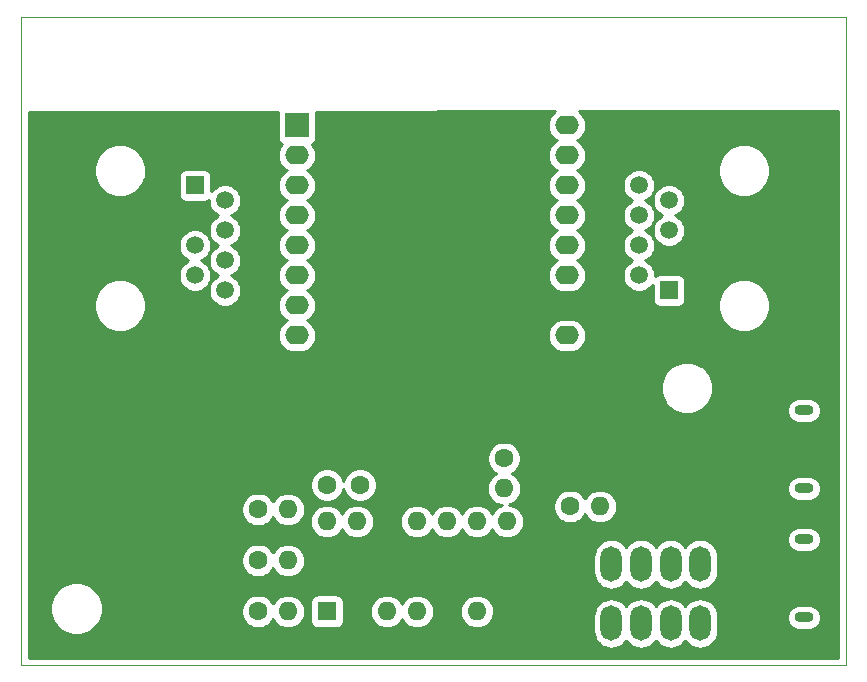
<source format=gbr>
%TF.GenerationSoftware,KiCad,Pcbnew,(5.1.4-0-10_14)*%
%TF.CreationDate,2019-12-20T01:32:49-08:00*%
%TF.ProjectId,DeskPCB,4465736b-5043-4422-9e6b-696361645f70,rev?*%
%TF.SameCoordinates,Original*%
%TF.FileFunction,Copper,L2,Bot*%
%TF.FilePolarity,Positive*%
%FSLAX46Y46*%
G04 Gerber Fmt 4.6, Leading zero omitted, Abs format (unit mm)*
G04 Created by KiCad (PCBNEW (5.1.4-0-10_14)) date 2019-12-20 01:32:49*
%MOMM*%
%LPD*%
G04 APERTURE LIST*
%ADD10C,0.050000*%
%ADD11R,1.500000X1.500000*%
%ADD12C,1.500000*%
%ADD13O,1.600000X1.600000*%
%ADD14R,1.600000X1.600000*%
%ADD15C,1.600000*%
%ADD16O,2.000000X1.600000*%
%ADD17R,2.000000X2.000000*%
%ADD18O,1.600000X0.900000*%
%ADD19O,1.800000X3.000000*%
%ADD20R,1.800000X3.000000*%
%ADD21C,0.762000*%
%ADD22C,0.254000*%
G04 APERTURE END LIST*
D10*
X108712000Y-92456000D02*
X38862000Y-92456000D01*
X38862000Y-92456000D02*
X38862000Y-37528500D01*
X108712000Y-37528500D02*
X108712000Y-92456000D01*
X38862000Y-37528500D02*
X108712000Y-37528500D01*
D11*
X53594000Y-51816000D03*
D12*
X56134000Y-53086000D03*
X53594000Y-54356000D03*
X56134000Y-55626000D03*
X53594000Y-56896000D03*
X56134000Y-58166000D03*
X53594000Y-59436000D03*
X56134000Y-60706000D03*
D13*
X64770000Y-80264000D03*
X80010000Y-87884000D03*
X67310000Y-80264000D03*
X77470000Y-87884000D03*
X69850000Y-80264000D03*
X74930000Y-87884000D03*
X72390000Y-80264000D03*
X72390000Y-87884000D03*
X74930000Y-80264000D03*
X69850000Y-87884000D03*
X77470000Y-80264000D03*
X67310000Y-87884000D03*
X80010000Y-80264000D03*
D14*
X64770000Y-87884000D03*
D13*
X61468000Y-87884000D03*
D15*
X58928000Y-87884000D03*
D16*
X62230000Y-49276000D03*
D17*
X62230000Y-46736000D03*
D16*
X62230000Y-51816000D03*
X62230000Y-54356000D03*
X62230000Y-56896000D03*
X62230000Y-59436000D03*
X62230000Y-61976000D03*
X62230000Y-64516000D03*
X85090000Y-64516000D03*
X85090000Y-61976000D03*
X85090000Y-59436000D03*
X85090000Y-56896000D03*
X85090000Y-54356000D03*
X85090000Y-51816000D03*
X85090000Y-49276000D03*
X85090000Y-46736000D03*
D18*
X105156000Y-81790000D03*
X105156000Y-88390000D03*
D19*
X96360000Y-83900000D03*
X96360000Y-88900000D03*
X93860000Y-83900000D03*
X93860000Y-88900000D03*
X91360000Y-83900000D03*
X91360000Y-88900000D03*
X88860000Y-83900000D03*
X88860000Y-88900000D03*
D20*
X86360000Y-83900000D03*
X86360000Y-88900000D03*
D18*
X105156000Y-70868000D03*
X105156000Y-77468000D03*
D13*
X79756000Y-77470000D03*
D15*
X79756000Y-74930000D03*
X67564000Y-77176000D03*
X67564000Y-74676000D03*
X64770000Y-77176000D03*
X64770000Y-74676000D03*
D11*
X93726000Y-60706000D03*
D12*
X91186000Y-59436000D03*
X93726000Y-58166000D03*
X91186000Y-56896000D03*
X93726000Y-55626000D03*
X91186000Y-54356000D03*
X93726000Y-53086000D03*
X91186000Y-51816000D03*
D15*
X85344000Y-78994000D03*
D13*
X87884000Y-78994000D03*
D15*
X58928000Y-83566000D03*
D13*
X61468000Y-83566000D03*
D15*
X58928000Y-79248000D03*
D13*
X61468000Y-79248000D03*
D21*
X99923600Y-72517000D03*
X100863400Y-72517000D03*
X99923600Y-83413600D03*
X100863400Y-83413600D03*
D22*
G36*
X108052001Y-91796000D02*
G01*
X39522000Y-91796000D01*
X39522000Y-87425872D01*
X41310000Y-87425872D01*
X41310000Y-87866128D01*
X41395890Y-88297925D01*
X41564369Y-88704669D01*
X41808962Y-89070729D01*
X42120271Y-89382038D01*
X42486331Y-89626631D01*
X42893075Y-89795110D01*
X43324872Y-89881000D01*
X43765128Y-89881000D01*
X44196925Y-89795110D01*
X44603669Y-89626631D01*
X44969729Y-89382038D01*
X45281038Y-89070729D01*
X45525631Y-88704669D01*
X45694110Y-88297925D01*
X45780000Y-87866128D01*
X45780000Y-87742665D01*
X57493000Y-87742665D01*
X57493000Y-88025335D01*
X57548147Y-88302574D01*
X57656320Y-88563727D01*
X57813363Y-88798759D01*
X58013241Y-88998637D01*
X58248273Y-89155680D01*
X58509426Y-89263853D01*
X58786665Y-89319000D01*
X59069335Y-89319000D01*
X59346574Y-89263853D01*
X59607727Y-89155680D01*
X59842759Y-88998637D01*
X60042637Y-88798759D01*
X60199680Y-88563727D01*
X60201650Y-88558971D01*
X60269068Y-88685101D01*
X60448392Y-88903608D01*
X60666899Y-89082932D01*
X60916192Y-89216182D01*
X61186691Y-89298236D01*
X61397508Y-89319000D01*
X61538492Y-89319000D01*
X61749309Y-89298236D01*
X62019808Y-89216182D01*
X62269101Y-89082932D01*
X62487608Y-88903608D01*
X62666932Y-88685101D01*
X62800182Y-88435808D01*
X62882236Y-88165309D01*
X62909943Y-87884000D01*
X62882236Y-87602691D01*
X62800182Y-87332192D01*
X62667521Y-87084000D01*
X63331928Y-87084000D01*
X63331928Y-88684000D01*
X63344188Y-88808482D01*
X63380498Y-88928180D01*
X63439463Y-89038494D01*
X63518815Y-89135185D01*
X63615506Y-89214537D01*
X63725820Y-89273502D01*
X63845518Y-89309812D01*
X63970000Y-89322072D01*
X65570000Y-89322072D01*
X65694482Y-89309812D01*
X65814180Y-89273502D01*
X65924494Y-89214537D01*
X66021185Y-89135185D01*
X66100537Y-89038494D01*
X66159502Y-88928180D01*
X66195812Y-88808482D01*
X66208072Y-88684000D01*
X66208072Y-87884000D01*
X68408057Y-87884000D01*
X68435764Y-88165309D01*
X68517818Y-88435808D01*
X68651068Y-88685101D01*
X68830392Y-88903608D01*
X69048899Y-89082932D01*
X69298192Y-89216182D01*
X69568691Y-89298236D01*
X69779508Y-89319000D01*
X69920492Y-89319000D01*
X70131309Y-89298236D01*
X70401808Y-89216182D01*
X70651101Y-89082932D01*
X70869608Y-88903608D01*
X71048932Y-88685101D01*
X71120000Y-88552142D01*
X71191068Y-88685101D01*
X71370392Y-88903608D01*
X71588899Y-89082932D01*
X71838192Y-89216182D01*
X72108691Y-89298236D01*
X72319508Y-89319000D01*
X72460492Y-89319000D01*
X72671309Y-89298236D01*
X72941808Y-89216182D01*
X73191101Y-89082932D01*
X73409608Y-88903608D01*
X73588932Y-88685101D01*
X73722182Y-88435808D01*
X73804236Y-88165309D01*
X73831943Y-87884000D01*
X76028057Y-87884000D01*
X76055764Y-88165309D01*
X76137818Y-88435808D01*
X76271068Y-88685101D01*
X76450392Y-88903608D01*
X76668899Y-89082932D01*
X76918192Y-89216182D01*
X77188691Y-89298236D01*
X77399508Y-89319000D01*
X77540492Y-89319000D01*
X77751309Y-89298236D01*
X78021808Y-89216182D01*
X78271101Y-89082932D01*
X78489608Y-88903608D01*
X78668932Y-88685101D01*
X78802182Y-88435808D01*
X78866252Y-88224593D01*
X87325000Y-88224593D01*
X87325000Y-89575408D01*
X87347210Y-89800913D01*
X87434983Y-90090261D01*
X87577520Y-90356927D01*
X87769340Y-90590661D01*
X88003074Y-90782481D01*
X88269740Y-90925017D01*
X88559088Y-91012790D01*
X88860000Y-91042427D01*
X89160913Y-91012790D01*
X89450261Y-90925017D01*
X89716927Y-90782481D01*
X89950661Y-90590661D01*
X90110000Y-90396505D01*
X90269340Y-90590661D01*
X90503074Y-90782481D01*
X90769740Y-90925017D01*
X91059088Y-91012790D01*
X91360000Y-91042427D01*
X91660913Y-91012790D01*
X91950261Y-90925017D01*
X92216927Y-90782481D01*
X92450661Y-90590661D01*
X92610000Y-90396505D01*
X92769340Y-90590661D01*
X93003074Y-90782481D01*
X93269740Y-90925017D01*
X93559088Y-91012790D01*
X93860000Y-91042427D01*
X94160913Y-91012790D01*
X94450261Y-90925017D01*
X94716927Y-90782481D01*
X94950661Y-90590661D01*
X95110000Y-90396505D01*
X95269340Y-90590661D01*
X95503074Y-90782481D01*
X95769740Y-90925017D01*
X96059088Y-91012790D01*
X96360000Y-91042427D01*
X96660913Y-91012790D01*
X96950261Y-90925017D01*
X97216927Y-90782481D01*
X97450661Y-90590661D01*
X97642481Y-90356927D01*
X97785017Y-90090261D01*
X97872790Y-89800913D01*
X97895000Y-89575408D01*
X97895000Y-88390000D01*
X103715751Y-88390000D01*
X103736700Y-88602697D01*
X103798741Y-88807220D01*
X103899491Y-88995710D01*
X104035078Y-89160922D01*
X104200290Y-89296509D01*
X104388780Y-89397259D01*
X104593303Y-89459300D01*
X104752706Y-89475000D01*
X105559294Y-89475000D01*
X105718697Y-89459300D01*
X105923220Y-89397259D01*
X106111710Y-89296509D01*
X106276922Y-89160922D01*
X106412509Y-88995710D01*
X106513259Y-88807220D01*
X106575300Y-88602697D01*
X106596249Y-88390000D01*
X106575300Y-88177303D01*
X106513259Y-87972780D01*
X106412509Y-87784290D01*
X106276922Y-87619078D01*
X106111710Y-87483491D01*
X105923220Y-87382741D01*
X105718697Y-87320700D01*
X105559294Y-87305000D01*
X104752706Y-87305000D01*
X104593303Y-87320700D01*
X104388780Y-87382741D01*
X104200290Y-87483491D01*
X104035078Y-87619078D01*
X103899491Y-87784290D01*
X103798741Y-87972780D01*
X103736700Y-88177303D01*
X103715751Y-88390000D01*
X97895000Y-88390000D01*
X97895000Y-88224592D01*
X97872790Y-87999087D01*
X97785017Y-87709739D01*
X97642481Y-87443073D01*
X97450661Y-87209339D01*
X97216926Y-87017519D01*
X96950260Y-86874983D01*
X96660912Y-86787210D01*
X96360000Y-86757573D01*
X96059087Y-86787210D01*
X95769739Y-86874983D01*
X95503073Y-87017519D01*
X95269339Y-87209339D01*
X95110000Y-87403495D01*
X94950661Y-87209339D01*
X94716926Y-87017519D01*
X94450260Y-86874983D01*
X94160912Y-86787210D01*
X93860000Y-86757573D01*
X93559087Y-86787210D01*
X93269739Y-86874983D01*
X93003073Y-87017519D01*
X92769339Y-87209339D01*
X92610000Y-87403495D01*
X92450661Y-87209339D01*
X92216926Y-87017519D01*
X91950260Y-86874983D01*
X91660912Y-86787210D01*
X91360000Y-86757573D01*
X91059087Y-86787210D01*
X90769739Y-86874983D01*
X90503073Y-87017519D01*
X90269339Y-87209339D01*
X90110000Y-87403495D01*
X89950661Y-87209339D01*
X89716926Y-87017519D01*
X89450260Y-86874983D01*
X89160912Y-86787210D01*
X88860000Y-86757573D01*
X88559087Y-86787210D01*
X88269739Y-86874983D01*
X88003073Y-87017519D01*
X87769339Y-87209339D01*
X87577519Y-87443074D01*
X87434983Y-87709740D01*
X87347210Y-87999088D01*
X87325000Y-88224593D01*
X78866252Y-88224593D01*
X78884236Y-88165309D01*
X78911943Y-87884000D01*
X78884236Y-87602691D01*
X78802182Y-87332192D01*
X78668932Y-87082899D01*
X78489608Y-86864392D01*
X78271101Y-86685068D01*
X78021808Y-86551818D01*
X77751309Y-86469764D01*
X77540492Y-86449000D01*
X77399508Y-86449000D01*
X77188691Y-86469764D01*
X76918192Y-86551818D01*
X76668899Y-86685068D01*
X76450392Y-86864392D01*
X76271068Y-87082899D01*
X76137818Y-87332192D01*
X76055764Y-87602691D01*
X76028057Y-87884000D01*
X73831943Y-87884000D01*
X73804236Y-87602691D01*
X73722182Y-87332192D01*
X73588932Y-87082899D01*
X73409608Y-86864392D01*
X73191101Y-86685068D01*
X72941808Y-86551818D01*
X72671309Y-86469764D01*
X72460492Y-86449000D01*
X72319508Y-86449000D01*
X72108691Y-86469764D01*
X71838192Y-86551818D01*
X71588899Y-86685068D01*
X71370392Y-86864392D01*
X71191068Y-87082899D01*
X71120000Y-87215858D01*
X71048932Y-87082899D01*
X70869608Y-86864392D01*
X70651101Y-86685068D01*
X70401808Y-86551818D01*
X70131309Y-86469764D01*
X69920492Y-86449000D01*
X69779508Y-86449000D01*
X69568691Y-86469764D01*
X69298192Y-86551818D01*
X69048899Y-86685068D01*
X68830392Y-86864392D01*
X68651068Y-87082899D01*
X68517818Y-87332192D01*
X68435764Y-87602691D01*
X68408057Y-87884000D01*
X66208072Y-87884000D01*
X66208072Y-87084000D01*
X66195812Y-86959518D01*
X66159502Y-86839820D01*
X66100537Y-86729506D01*
X66021185Y-86632815D01*
X65924494Y-86553463D01*
X65814180Y-86494498D01*
X65694482Y-86458188D01*
X65570000Y-86445928D01*
X63970000Y-86445928D01*
X63845518Y-86458188D01*
X63725820Y-86494498D01*
X63615506Y-86553463D01*
X63518815Y-86632815D01*
X63439463Y-86729506D01*
X63380498Y-86839820D01*
X63344188Y-86959518D01*
X63331928Y-87084000D01*
X62667521Y-87084000D01*
X62666932Y-87082899D01*
X62487608Y-86864392D01*
X62269101Y-86685068D01*
X62019808Y-86551818D01*
X61749309Y-86469764D01*
X61538492Y-86449000D01*
X61397508Y-86449000D01*
X61186691Y-86469764D01*
X60916192Y-86551818D01*
X60666899Y-86685068D01*
X60448392Y-86864392D01*
X60269068Y-87082899D01*
X60201650Y-87209029D01*
X60199680Y-87204273D01*
X60042637Y-86969241D01*
X59842759Y-86769363D01*
X59607727Y-86612320D01*
X59346574Y-86504147D01*
X59069335Y-86449000D01*
X58786665Y-86449000D01*
X58509426Y-86504147D01*
X58248273Y-86612320D01*
X58013241Y-86769363D01*
X57813363Y-86969241D01*
X57656320Y-87204273D01*
X57548147Y-87465426D01*
X57493000Y-87742665D01*
X45780000Y-87742665D01*
X45780000Y-87425872D01*
X45694110Y-86994075D01*
X45525631Y-86587331D01*
X45281038Y-86221271D01*
X44969729Y-85909962D01*
X44603669Y-85665369D01*
X44196925Y-85496890D01*
X43765128Y-85411000D01*
X43324872Y-85411000D01*
X42893075Y-85496890D01*
X42486331Y-85665369D01*
X42120271Y-85909962D01*
X41808962Y-86221271D01*
X41564369Y-86587331D01*
X41395890Y-86994075D01*
X41310000Y-87425872D01*
X39522000Y-87425872D01*
X39522000Y-83424665D01*
X57493000Y-83424665D01*
X57493000Y-83707335D01*
X57548147Y-83984574D01*
X57656320Y-84245727D01*
X57813363Y-84480759D01*
X58013241Y-84680637D01*
X58248273Y-84837680D01*
X58509426Y-84945853D01*
X58786665Y-85001000D01*
X59069335Y-85001000D01*
X59346574Y-84945853D01*
X59607727Y-84837680D01*
X59842759Y-84680637D01*
X60042637Y-84480759D01*
X60199680Y-84245727D01*
X60201650Y-84240971D01*
X60269068Y-84367101D01*
X60448392Y-84585608D01*
X60666899Y-84764932D01*
X60916192Y-84898182D01*
X61186691Y-84980236D01*
X61397508Y-85001000D01*
X61538492Y-85001000D01*
X61749309Y-84980236D01*
X62019808Y-84898182D01*
X62269101Y-84764932D01*
X62487608Y-84585608D01*
X62666932Y-84367101D01*
X62800182Y-84117808D01*
X62882236Y-83847309D01*
X62909943Y-83566000D01*
X62882236Y-83284691D01*
X62864006Y-83224593D01*
X87325000Y-83224593D01*
X87325000Y-84575408D01*
X87347210Y-84800913D01*
X87434983Y-85090261D01*
X87577520Y-85356927D01*
X87769340Y-85590661D01*
X88003074Y-85782481D01*
X88269740Y-85925017D01*
X88559088Y-86012790D01*
X88860000Y-86042427D01*
X89160913Y-86012790D01*
X89450261Y-85925017D01*
X89716927Y-85782481D01*
X89950661Y-85590661D01*
X90110000Y-85396505D01*
X90269340Y-85590661D01*
X90503074Y-85782481D01*
X90769740Y-85925017D01*
X91059088Y-86012790D01*
X91360000Y-86042427D01*
X91660913Y-86012790D01*
X91950261Y-85925017D01*
X92216927Y-85782481D01*
X92450661Y-85590661D01*
X92610000Y-85396505D01*
X92769340Y-85590661D01*
X93003074Y-85782481D01*
X93269740Y-85925017D01*
X93559088Y-86012790D01*
X93860000Y-86042427D01*
X94160913Y-86012790D01*
X94450261Y-85925017D01*
X94716927Y-85782481D01*
X94950661Y-85590661D01*
X95110000Y-85396505D01*
X95269340Y-85590661D01*
X95503074Y-85782481D01*
X95769740Y-85925017D01*
X96059088Y-86012790D01*
X96360000Y-86042427D01*
X96660913Y-86012790D01*
X96950261Y-85925017D01*
X97216927Y-85782481D01*
X97450661Y-85590661D01*
X97642481Y-85356927D01*
X97785017Y-85090261D01*
X97872790Y-84800913D01*
X97895000Y-84575408D01*
X97895000Y-83224592D01*
X97872790Y-82999087D01*
X97785017Y-82709739D01*
X97642481Y-82443073D01*
X97450661Y-82209339D01*
X97216926Y-82017519D01*
X96950260Y-81874983D01*
X96670110Y-81790000D01*
X103715751Y-81790000D01*
X103736700Y-82002697D01*
X103798741Y-82207220D01*
X103899491Y-82395710D01*
X104035078Y-82560922D01*
X104200290Y-82696509D01*
X104388780Y-82797259D01*
X104593303Y-82859300D01*
X104752706Y-82875000D01*
X105559294Y-82875000D01*
X105718697Y-82859300D01*
X105923220Y-82797259D01*
X106111710Y-82696509D01*
X106276922Y-82560922D01*
X106412509Y-82395710D01*
X106513259Y-82207220D01*
X106575300Y-82002697D01*
X106596249Y-81790000D01*
X106575300Y-81577303D01*
X106513259Y-81372780D01*
X106412509Y-81184290D01*
X106276922Y-81019078D01*
X106111710Y-80883491D01*
X105923220Y-80782741D01*
X105718697Y-80720700D01*
X105559294Y-80705000D01*
X104752706Y-80705000D01*
X104593303Y-80720700D01*
X104388780Y-80782741D01*
X104200290Y-80883491D01*
X104035078Y-81019078D01*
X103899491Y-81184290D01*
X103798741Y-81372780D01*
X103736700Y-81577303D01*
X103715751Y-81790000D01*
X96670110Y-81790000D01*
X96660912Y-81787210D01*
X96360000Y-81757573D01*
X96059087Y-81787210D01*
X95769739Y-81874983D01*
X95503073Y-82017519D01*
X95269339Y-82209339D01*
X95110000Y-82403495D01*
X94950661Y-82209339D01*
X94716926Y-82017519D01*
X94450260Y-81874983D01*
X94160912Y-81787210D01*
X93860000Y-81757573D01*
X93559087Y-81787210D01*
X93269739Y-81874983D01*
X93003073Y-82017519D01*
X92769339Y-82209339D01*
X92610000Y-82403495D01*
X92450661Y-82209339D01*
X92216926Y-82017519D01*
X91950260Y-81874983D01*
X91660912Y-81787210D01*
X91360000Y-81757573D01*
X91059087Y-81787210D01*
X90769739Y-81874983D01*
X90503073Y-82017519D01*
X90269339Y-82209339D01*
X90110000Y-82403495D01*
X89950661Y-82209339D01*
X89716926Y-82017519D01*
X89450260Y-81874983D01*
X89160912Y-81787210D01*
X88860000Y-81757573D01*
X88559087Y-81787210D01*
X88269739Y-81874983D01*
X88003073Y-82017519D01*
X87769339Y-82209339D01*
X87577519Y-82443074D01*
X87434983Y-82709740D01*
X87347210Y-82999088D01*
X87325000Y-83224593D01*
X62864006Y-83224593D01*
X62800182Y-83014192D01*
X62666932Y-82764899D01*
X62487608Y-82546392D01*
X62269101Y-82367068D01*
X62019808Y-82233818D01*
X61749309Y-82151764D01*
X61538492Y-82131000D01*
X61397508Y-82131000D01*
X61186691Y-82151764D01*
X60916192Y-82233818D01*
X60666899Y-82367068D01*
X60448392Y-82546392D01*
X60269068Y-82764899D01*
X60201650Y-82891029D01*
X60199680Y-82886273D01*
X60042637Y-82651241D01*
X59842759Y-82451363D01*
X59607727Y-82294320D01*
X59346574Y-82186147D01*
X59069335Y-82131000D01*
X58786665Y-82131000D01*
X58509426Y-82186147D01*
X58248273Y-82294320D01*
X58013241Y-82451363D01*
X57813363Y-82651241D01*
X57656320Y-82886273D01*
X57548147Y-83147426D01*
X57493000Y-83424665D01*
X39522000Y-83424665D01*
X39522000Y-79106665D01*
X57493000Y-79106665D01*
X57493000Y-79389335D01*
X57548147Y-79666574D01*
X57656320Y-79927727D01*
X57813363Y-80162759D01*
X58013241Y-80362637D01*
X58248273Y-80519680D01*
X58509426Y-80627853D01*
X58786665Y-80683000D01*
X59069335Y-80683000D01*
X59346574Y-80627853D01*
X59607727Y-80519680D01*
X59842759Y-80362637D01*
X60042637Y-80162759D01*
X60199680Y-79927727D01*
X60201650Y-79922971D01*
X60269068Y-80049101D01*
X60448392Y-80267608D01*
X60666899Y-80446932D01*
X60916192Y-80580182D01*
X61186691Y-80662236D01*
X61397508Y-80683000D01*
X61538492Y-80683000D01*
X61749309Y-80662236D01*
X62019808Y-80580182D01*
X62269101Y-80446932D01*
X62487608Y-80267608D01*
X62490569Y-80264000D01*
X63328057Y-80264000D01*
X63355764Y-80545309D01*
X63437818Y-80815808D01*
X63571068Y-81065101D01*
X63750392Y-81283608D01*
X63968899Y-81462932D01*
X64218192Y-81596182D01*
X64488691Y-81678236D01*
X64699508Y-81699000D01*
X64840492Y-81699000D01*
X65051309Y-81678236D01*
X65321808Y-81596182D01*
X65571101Y-81462932D01*
X65789608Y-81283608D01*
X65968932Y-81065101D01*
X66040000Y-80932142D01*
X66111068Y-81065101D01*
X66290392Y-81283608D01*
X66508899Y-81462932D01*
X66758192Y-81596182D01*
X67028691Y-81678236D01*
X67239508Y-81699000D01*
X67380492Y-81699000D01*
X67591309Y-81678236D01*
X67861808Y-81596182D01*
X68111101Y-81462932D01*
X68329608Y-81283608D01*
X68508932Y-81065101D01*
X68642182Y-80815808D01*
X68724236Y-80545309D01*
X68751943Y-80264000D01*
X70948057Y-80264000D01*
X70975764Y-80545309D01*
X71057818Y-80815808D01*
X71191068Y-81065101D01*
X71370392Y-81283608D01*
X71588899Y-81462932D01*
X71838192Y-81596182D01*
X72108691Y-81678236D01*
X72319508Y-81699000D01*
X72460492Y-81699000D01*
X72671309Y-81678236D01*
X72941808Y-81596182D01*
X73191101Y-81462932D01*
X73409608Y-81283608D01*
X73588932Y-81065101D01*
X73660000Y-80932142D01*
X73731068Y-81065101D01*
X73910392Y-81283608D01*
X74128899Y-81462932D01*
X74378192Y-81596182D01*
X74648691Y-81678236D01*
X74859508Y-81699000D01*
X75000492Y-81699000D01*
X75211309Y-81678236D01*
X75481808Y-81596182D01*
X75731101Y-81462932D01*
X75949608Y-81283608D01*
X76128932Y-81065101D01*
X76200000Y-80932142D01*
X76271068Y-81065101D01*
X76450392Y-81283608D01*
X76668899Y-81462932D01*
X76918192Y-81596182D01*
X77188691Y-81678236D01*
X77399508Y-81699000D01*
X77540492Y-81699000D01*
X77751309Y-81678236D01*
X78021808Y-81596182D01*
X78271101Y-81462932D01*
X78489608Y-81283608D01*
X78668932Y-81065101D01*
X78740000Y-80932142D01*
X78811068Y-81065101D01*
X78990392Y-81283608D01*
X79208899Y-81462932D01*
X79458192Y-81596182D01*
X79728691Y-81678236D01*
X79939508Y-81699000D01*
X80080492Y-81699000D01*
X80291309Y-81678236D01*
X80561808Y-81596182D01*
X80811101Y-81462932D01*
X81029608Y-81283608D01*
X81208932Y-81065101D01*
X81342182Y-80815808D01*
X81424236Y-80545309D01*
X81451943Y-80264000D01*
X81424236Y-79982691D01*
X81342182Y-79712192D01*
X81208932Y-79462899D01*
X81029608Y-79244392D01*
X80811101Y-79065068D01*
X80561808Y-78931818D01*
X80300873Y-78852665D01*
X83909000Y-78852665D01*
X83909000Y-79135335D01*
X83964147Y-79412574D01*
X84072320Y-79673727D01*
X84229363Y-79908759D01*
X84429241Y-80108637D01*
X84664273Y-80265680D01*
X84925426Y-80373853D01*
X85202665Y-80429000D01*
X85485335Y-80429000D01*
X85762574Y-80373853D01*
X86023727Y-80265680D01*
X86258759Y-80108637D01*
X86458637Y-79908759D01*
X86615680Y-79673727D01*
X86617650Y-79668971D01*
X86685068Y-79795101D01*
X86864392Y-80013608D01*
X87082899Y-80192932D01*
X87332192Y-80326182D01*
X87602691Y-80408236D01*
X87813508Y-80429000D01*
X87954492Y-80429000D01*
X88165309Y-80408236D01*
X88435808Y-80326182D01*
X88685101Y-80192932D01*
X88903608Y-80013608D01*
X89082932Y-79795101D01*
X89216182Y-79545808D01*
X89298236Y-79275309D01*
X89325943Y-78994000D01*
X89298236Y-78712691D01*
X89216182Y-78442192D01*
X89082932Y-78192899D01*
X88903608Y-77974392D01*
X88685101Y-77795068D01*
X88435808Y-77661818D01*
X88165309Y-77579764D01*
X87954492Y-77559000D01*
X87813508Y-77559000D01*
X87602691Y-77579764D01*
X87332192Y-77661818D01*
X87082899Y-77795068D01*
X86864392Y-77974392D01*
X86685068Y-78192899D01*
X86617650Y-78319029D01*
X86615680Y-78314273D01*
X86458637Y-78079241D01*
X86258759Y-77879363D01*
X86023727Y-77722320D01*
X85762574Y-77614147D01*
X85485335Y-77559000D01*
X85202665Y-77559000D01*
X84925426Y-77614147D01*
X84664273Y-77722320D01*
X84429241Y-77879363D01*
X84229363Y-78079241D01*
X84072320Y-78314273D01*
X83964147Y-78575426D01*
X83909000Y-78852665D01*
X80300873Y-78852665D01*
X80291309Y-78849764D01*
X80185353Y-78839328D01*
X80307808Y-78802182D01*
X80557101Y-78668932D01*
X80775608Y-78489608D01*
X80954932Y-78271101D01*
X81088182Y-78021808D01*
X81170236Y-77751309D01*
X81197943Y-77470000D01*
X81197747Y-77468000D01*
X103715751Y-77468000D01*
X103736700Y-77680697D01*
X103798741Y-77885220D01*
X103899491Y-78073710D01*
X104035078Y-78238922D01*
X104200290Y-78374509D01*
X104388780Y-78475259D01*
X104593303Y-78537300D01*
X104752706Y-78553000D01*
X105559294Y-78553000D01*
X105718697Y-78537300D01*
X105923220Y-78475259D01*
X106111710Y-78374509D01*
X106276922Y-78238922D01*
X106412509Y-78073710D01*
X106513259Y-77885220D01*
X106575300Y-77680697D01*
X106596249Y-77468000D01*
X106575300Y-77255303D01*
X106513259Y-77050780D01*
X106412509Y-76862290D01*
X106276922Y-76697078D01*
X106111710Y-76561491D01*
X105923220Y-76460741D01*
X105718697Y-76398700D01*
X105559294Y-76383000D01*
X104752706Y-76383000D01*
X104593303Y-76398700D01*
X104388780Y-76460741D01*
X104200290Y-76561491D01*
X104035078Y-76697078D01*
X103899491Y-76862290D01*
X103798741Y-77050780D01*
X103736700Y-77255303D01*
X103715751Y-77468000D01*
X81197747Y-77468000D01*
X81170236Y-77188691D01*
X81088182Y-76918192D01*
X80954932Y-76668899D01*
X80775608Y-76450392D01*
X80557101Y-76271068D01*
X80430971Y-76203650D01*
X80435727Y-76201680D01*
X80670759Y-76044637D01*
X80870637Y-75844759D01*
X81027680Y-75609727D01*
X81135853Y-75348574D01*
X81191000Y-75071335D01*
X81191000Y-74788665D01*
X81135853Y-74511426D01*
X81027680Y-74250273D01*
X80870637Y-74015241D01*
X80670759Y-73815363D01*
X80435727Y-73658320D01*
X80174574Y-73550147D01*
X79897335Y-73495000D01*
X79614665Y-73495000D01*
X79337426Y-73550147D01*
X79076273Y-73658320D01*
X78841241Y-73815363D01*
X78641363Y-74015241D01*
X78484320Y-74250273D01*
X78376147Y-74511426D01*
X78321000Y-74788665D01*
X78321000Y-75071335D01*
X78376147Y-75348574D01*
X78484320Y-75609727D01*
X78641363Y-75844759D01*
X78841241Y-76044637D01*
X79076273Y-76201680D01*
X79081029Y-76203650D01*
X78954899Y-76271068D01*
X78736392Y-76450392D01*
X78557068Y-76668899D01*
X78423818Y-76918192D01*
X78341764Y-77188691D01*
X78314057Y-77470000D01*
X78341764Y-77751309D01*
X78423818Y-78021808D01*
X78557068Y-78271101D01*
X78736392Y-78489608D01*
X78954899Y-78668932D01*
X79204192Y-78802182D01*
X79474691Y-78884236D01*
X79580647Y-78894672D01*
X79458192Y-78931818D01*
X79208899Y-79065068D01*
X78990392Y-79244392D01*
X78811068Y-79462899D01*
X78740000Y-79595858D01*
X78668932Y-79462899D01*
X78489608Y-79244392D01*
X78271101Y-79065068D01*
X78021808Y-78931818D01*
X77751309Y-78849764D01*
X77540492Y-78829000D01*
X77399508Y-78829000D01*
X77188691Y-78849764D01*
X76918192Y-78931818D01*
X76668899Y-79065068D01*
X76450392Y-79244392D01*
X76271068Y-79462899D01*
X76200000Y-79595858D01*
X76128932Y-79462899D01*
X75949608Y-79244392D01*
X75731101Y-79065068D01*
X75481808Y-78931818D01*
X75211309Y-78849764D01*
X75000492Y-78829000D01*
X74859508Y-78829000D01*
X74648691Y-78849764D01*
X74378192Y-78931818D01*
X74128899Y-79065068D01*
X73910392Y-79244392D01*
X73731068Y-79462899D01*
X73660000Y-79595858D01*
X73588932Y-79462899D01*
X73409608Y-79244392D01*
X73191101Y-79065068D01*
X72941808Y-78931818D01*
X72671309Y-78849764D01*
X72460492Y-78829000D01*
X72319508Y-78829000D01*
X72108691Y-78849764D01*
X71838192Y-78931818D01*
X71588899Y-79065068D01*
X71370392Y-79244392D01*
X71191068Y-79462899D01*
X71057818Y-79712192D01*
X70975764Y-79982691D01*
X70948057Y-80264000D01*
X68751943Y-80264000D01*
X68724236Y-79982691D01*
X68642182Y-79712192D01*
X68508932Y-79462899D01*
X68329608Y-79244392D01*
X68111101Y-79065068D01*
X67861808Y-78931818D01*
X67591309Y-78849764D01*
X67380492Y-78829000D01*
X67239508Y-78829000D01*
X67028691Y-78849764D01*
X66758192Y-78931818D01*
X66508899Y-79065068D01*
X66290392Y-79244392D01*
X66111068Y-79462899D01*
X66040000Y-79595858D01*
X65968932Y-79462899D01*
X65789608Y-79244392D01*
X65571101Y-79065068D01*
X65321808Y-78931818D01*
X65051309Y-78849764D01*
X64840492Y-78829000D01*
X64699508Y-78829000D01*
X64488691Y-78849764D01*
X64218192Y-78931818D01*
X63968899Y-79065068D01*
X63750392Y-79244392D01*
X63571068Y-79462899D01*
X63437818Y-79712192D01*
X63355764Y-79982691D01*
X63328057Y-80264000D01*
X62490569Y-80264000D01*
X62666932Y-80049101D01*
X62800182Y-79799808D01*
X62882236Y-79529309D01*
X62909943Y-79248000D01*
X62882236Y-78966691D01*
X62800182Y-78696192D01*
X62666932Y-78446899D01*
X62487608Y-78228392D01*
X62269101Y-78049068D01*
X62019808Y-77915818D01*
X61749309Y-77833764D01*
X61538492Y-77813000D01*
X61397508Y-77813000D01*
X61186691Y-77833764D01*
X60916192Y-77915818D01*
X60666899Y-78049068D01*
X60448392Y-78228392D01*
X60269068Y-78446899D01*
X60201650Y-78573029D01*
X60199680Y-78568273D01*
X60042637Y-78333241D01*
X59842759Y-78133363D01*
X59607727Y-77976320D01*
X59346574Y-77868147D01*
X59069335Y-77813000D01*
X58786665Y-77813000D01*
X58509426Y-77868147D01*
X58248273Y-77976320D01*
X58013241Y-78133363D01*
X57813363Y-78333241D01*
X57656320Y-78568273D01*
X57548147Y-78829426D01*
X57493000Y-79106665D01*
X39522000Y-79106665D01*
X39522000Y-77034665D01*
X63335000Y-77034665D01*
X63335000Y-77317335D01*
X63390147Y-77594574D01*
X63498320Y-77855727D01*
X63655363Y-78090759D01*
X63855241Y-78290637D01*
X64090273Y-78447680D01*
X64351426Y-78555853D01*
X64628665Y-78611000D01*
X64911335Y-78611000D01*
X65188574Y-78555853D01*
X65449727Y-78447680D01*
X65684759Y-78290637D01*
X65884637Y-78090759D01*
X66041680Y-77855727D01*
X66149853Y-77594574D01*
X66167000Y-77508371D01*
X66184147Y-77594574D01*
X66292320Y-77855727D01*
X66449363Y-78090759D01*
X66649241Y-78290637D01*
X66884273Y-78447680D01*
X67145426Y-78555853D01*
X67422665Y-78611000D01*
X67705335Y-78611000D01*
X67982574Y-78555853D01*
X68243727Y-78447680D01*
X68478759Y-78290637D01*
X68678637Y-78090759D01*
X68835680Y-77855727D01*
X68943853Y-77594574D01*
X68999000Y-77317335D01*
X68999000Y-77034665D01*
X68943853Y-76757426D01*
X68835680Y-76496273D01*
X68678637Y-76261241D01*
X68478759Y-76061363D01*
X68243727Y-75904320D01*
X67982574Y-75796147D01*
X67705335Y-75741000D01*
X67422665Y-75741000D01*
X67145426Y-75796147D01*
X66884273Y-75904320D01*
X66649241Y-76061363D01*
X66449363Y-76261241D01*
X66292320Y-76496273D01*
X66184147Y-76757426D01*
X66167000Y-76843629D01*
X66149853Y-76757426D01*
X66041680Y-76496273D01*
X65884637Y-76261241D01*
X65684759Y-76061363D01*
X65449727Y-75904320D01*
X65188574Y-75796147D01*
X64911335Y-75741000D01*
X64628665Y-75741000D01*
X64351426Y-75796147D01*
X64090273Y-75904320D01*
X63855241Y-76061363D01*
X63655363Y-76261241D01*
X63498320Y-76496273D01*
X63390147Y-76757426D01*
X63335000Y-77034665D01*
X39522000Y-77034665D01*
X39522000Y-68740872D01*
X93015000Y-68740872D01*
X93015000Y-69181128D01*
X93100890Y-69612925D01*
X93269369Y-70019669D01*
X93513962Y-70385729D01*
X93825271Y-70697038D01*
X94191331Y-70941631D01*
X94598075Y-71110110D01*
X95029872Y-71196000D01*
X95470128Y-71196000D01*
X95901925Y-71110110D01*
X96308669Y-70941631D01*
X96418865Y-70868000D01*
X103715751Y-70868000D01*
X103736700Y-71080697D01*
X103798741Y-71285220D01*
X103899491Y-71473710D01*
X104035078Y-71638922D01*
X104200290Y-71774509D01*
X104388780Y-71875259D01*
X104593303Y-71937300D01*
X104752706Y-71953000D01*
X105559294Y-71953000D01*
X105718697Y-71937300D01*
X105923220Y-71875259D01*
X106111710Y-71774509D01*
X106276922Y-71638922D01*
X106412509Y-71473710D01*
X106513259Y-71285220D01*
X106575300Y-71080697D01*
X106596249Y-70868000D01*
X106575300Y-70655303D01*
X106513259Y-70450780D01*
X106412509Y-70262290D01*
X106276922Y-70097078D01*
X106111710Y-69961491D01*
X105923220Y-69860741D01*
X105718697Y-69798700D01*
X105559294Y-69783000D01*
X104752706Y-69783000D01*
X104593303Y-69798700D01*
X104388780Y-69860741D01*
X104200290Y-69961491D01*
X104035078Y-70097078D01*
X103899491Y-70262290D01*
X103798741Y-70450780D01*
X103736700Y-70655303D01*
X103715751Y-70868000D01*
X96418865Y-70868000D01*
X96674729Y-70697038D01*
X96986038Y-70385729D01*
X97230631Y-70019669D01*
X97399110Y-69612925D01*
X97485000Y-69181128D01*
X97485000Y-68740872D01*
X97399110Y-68309075D01*
X97230631Y-67902331D01*
X96986038Y-67536271D01*
X96674729Y-67224962D01*
X96308669Y-66980369D01*
X95901925Y-66811890D01*
X95470128Y-66726000D01*
X95029872Y-66726000D01*
X94598075Y-66811890D01*
X94191331Y-66980369D01*
X93825271Y-67224962D01*
X93513962Y-67536271D01*
X93269369Y-67902331D01*
X93100890Y-68309075D01*
X93015000Y-68740872D01*
X39522000Y-68740872D01*
X39522000Y-61755872D01*
X45009000Y-61755872D01*
X45009000Y-62196128D01*
X45094890Y-62627925D01*
X45263369Y-63034669D01*
X45507962Y-63400729D01*
X45819271Y-63712038D01*
X46185331Y-63956631D01*
X46592075Y-64125110D01*
X47023872Y-64211000D01*
X47464128Y-64211000D01*
X47895925Y-64125110D01*
X48302669Y-63956631D01*
X48668729Y-63712038D01*
X48980038Y-63400729D01*
X49224631Y-63034669D01*
X49393110Y-62627925D01*
X49479000Y-62196128D01*
X49479000Y-61755872D01*
X49393110Y-61324075D01*
X49224631Y-60917331D01*
X48980038Y-60551271D01*
X48668729Y-60239962D01*
X48302669Y-59995369D01*
X47895925Y-59826890D01*
X47464128Y-59741000D01*
X47023872Y-59741000D01*
X46592075Y-59826890D01*
X46185331Y-59995369D01*
X45819271Y-60239962D01*
X45507962Y-60551271D01*
X45263369Y-60917331D01*
X45094890Y-61324075D01*
X45009000Y-61755872D01*
X39522000Y-61755872D01*
X39522000Y-56759589D01*
X52209000Y-56759589D01*
X52209000Y-57032411D01*
X52262225Y-57299989D01*
X52366629Y-57552043D01*
X52518201Y-57778886D01*
X52711114Y-57971799D01*
X52937957Y-58123371D01*
X53040873Y-58166000D01*
X52937957Y-58208629D01*
X52711114Y-58360201D01*
X52518201Y-58553114D01*
X52366629Y-58779957D01*
X52262225Y-59032011D01*
X52209000Y-59299589D01*
X52209000Y-59572411D01*
X52262225Y-59839989D01*
X52366629Y-60092043D01*
X52518201Y-60318886D01*
X52711114Y-60511799D01*
X52937957Y-60663371D01*
X53190011Y-60767775D01*
X53457589Y-60821000D01*
X53730411Y-60821000D01*
X53997989Y-60767775D01*
X54250043Y-60663371D01*
X54476886Y-60511799D01*
X54669799Y-60318886D01*
X54821371Y-60092043D01*
X54925775Y-59839989D01*
X54979000Y-59572411D01*
X54979000Y-59299589D01*
X54925775Y-59032011D01*
X54821371Y-58779957D01*
X54669799Y-58553114D01*
X54476886Y-58360201D01*
X54250043Y-58208629D01*
X54147127Y-58166000D01*
X54250043Y-58123371D01*
X54476886Y-57971799D01*
X54669799Y-57778886D01*
X54821371Y-57552043D01*
X54925775Y-57299989D01*
X54979000Y-57032411D01*
X54979000Y-56759589D01*
X54925775Y-56492011D01*
X54821371Y-56239957D01*
X54669799Y-56013114D01*
X54476886Y-55820201D01*
X54250043Y-55668629D01*
X53997989Y-55564225D01*
X53730411Y-55511000D01*
X53457589Y-55511000D01*
X53190011Y-55564225D01*
X52937957Y-55668629D01*
X52711114Y-55820201D01*
X52518201Y-56013114D01*
X52366629Y-56239957D01*
X52262225Y-56492011D01*
X52209000Y-56759589D01*
X39522000Y-56759589D01*
X39522000Y-50325872D01*
X45009000Y-50325872D01*
X45009000Y-50766128D01*
X45094890Y-51197925D01*
X45263369Y-51604669D01*
X45507962Y-51970729D01*
X45819271Y-52282038D01*
X46185331Y-52526631D01*
X46592075Y-52695110D01*
X47023872Y-52781000D01*
X47464128Y-52781000D01*
X47895925Y-52695110D01*
X48302669Y-52526631D01*
X48668729Y-52282038D01*
X48980038Y-51970729D01*
X49224631Y-51604669D01*
X49393110Y-51197925D01*
X49419351Y-51066000D01*
X52205928Y-51066000D01*
X52205928Y-52566000D01*
X52218188Y-52690482D01*
X52254498Y-52810180D01*
X52313463Y-52920494D01*
X52392815Y-53017185D01*
X52489506Y-53096537D01*
X52599820Y-53155502D01*
X52719518Y-53191812D01*
X52844000Y-53204072D01*
X54344000Y-53204072D01*
X54468482Y-53191812D01*
X54588180Y-53155502D01*
X54698494Y-53096537D01*
X54749000Y-53055088D01*
X54749000Y-53222411D01*
X54802225Y-53489989D01*
X54906629Y-53742043D01*
X55058201Y-53968886D01*
X55251114Y-54161799D01*
X55477957Y-54313371D01*
X55580873Y-54356000D01*
X55477957Y-54398629D01*
X55251114Y-54550201D01*
X55058201Y-54743114D01*
X54906629Y-54969957D01*
X54802225Y-55222011D01*
X54749000Y-55489589D01*
X54749000Y-55762411D01*
X54802225Y-56029989D01*
X54906629Y-56282043D01*
X55058201Y-56508886D01*
X55251114Y-56701799D01*
X55477957Y-56853371D01*
X55580873Y-56896000D01*
X55477957Y-56938629D01*
X55251114Y-57090201D01*
X55058201Y-57283114D01*
X54906629Y-57509957D01*
X54802225Y-57762011D01*
X54749000Y-58029589D01*
X54749000Y-58302411D01*
X54802225Y-58569989D01*
X54906629Y-58822043D01*
X55058201Y-59048886D01*
X55251114Y-59241799D01*
X55477957Y-59393371D01*
X55580873Y-59436000D01*
X55477957Y-59478629D01*
X55251114Y-59630201D01*
X55058201Y-59823114D01*
X54906629Y-60049957D01*
X54802225Y-60302011D01*
X54749000Y-60569589D01*
X54749000Y-60842411D01*
X54802225Y-61109989D01*
X54906629Y-61362043D01*
X55058201Y-61588886D01*
X55251114Y-61781799D01*
X55477957Y-61933371D01*
X55730011Y-62037775D01*
X55997589Y-62091000D01*
X56270411Y-62091000D01*
X56537989Y-62037775D01*
X56790043Y-61933371D01*
X57016886Y-61781799D01*
X57209799Y-61588886D01*
X57361371Y-61362043D01*
X57465775Y-61109989D01*
X57519000Y-60842411D01*
X57519000Y-60569589D01*
X57465775Y-60302011D01*
X57361371Y-60049957D01*
X57209799Y-59823114D01*
X57016886Y-59630201D01*
X56790043Y-59478629D01*
X56687127Y-59436000D01*
X56790043Y-59393371D01*
X57016886Y-59241799D01*
X57209799Y-59048886D01*
X57361371Y-58822043D01*
X57465775Y-58569989D01*
X57519000Y-58302411D01*
X57519000Y-58029589D01*
X57465775Y-57762011D01*
X57361371Y-57509957D01*
X57209799Y-57283114D01*
X57016886Y-57090201D01*
X56790043Y-56938629D01*
X56687127Y-56896000D01*
X56790043Y-56853371D01*
X57016886Y-56701799D01*
X57209799Y-56508886D01*
X57361371Y-56282043D01*
X57465775Y-56029989D01*
X57519000Y-55762411D01*
X57519000Y-55489589D01*
X57465775Y-55222011D01*
X57361371Y-54969957D01*
X57209799Y-54743114D01*
X57016886Y-54550201D01*
X56790043Y-54398629D01*
X56687127Y-54356000D01*
X56790043Y-54313371D01*
X57016886Y-54161799D01*
X57209799Y-53968886D01*
X57361371Y-53742043D01*
X57465775Y-53489989D01*
X57519000Y-53222411D01*
X57519000Y-52949589D01*
X57465775Y-52682011D01*
X57361371Y-52429957D01*
X57209799Y-52203114D01*
X57016886Y-52010201D01*
X56790043Y-51858629D01*
X56537989Y-51754225D01*
X56270411Y-51701000D01*
X55997589Y-51701000D01*
X55730011Y-51754225D01*
X55477957Y-51858629D01*
X55251114Y-52010201D01*
X55058201Y-52203114D01*
X54982072Y-52317049D01*
X54982072Y-51066000D01*
X54969812Y-50941518D01*
X54933502Y-50821820D01*
X54874537Y-50711506D01*
X54795185Y-50614815D01*
X54698494Y-50535463D01*
X54588180Y-50476498D01*
X54468482Y-50440188D01*
X54344000Y-50427928D01*
X52844000Y-50427928D01*
X52719518Y-50440188D01*
X52599820Y-50476498D01*
X52489506Y-50535463D01*
X52392815Y-50614815D01*
X52313463Y-50711506D01*
X52254498Y-50821820D01*
X52218188Y-50941518D01*
X52205928Y-51066000D01*
X49419351Y-51066000D01*
X49479000Y-50766128D01*
X49479000Y-50325872D01*
X49393110Y-49894075D01*
X49224631Y-49487331D01*
X48980038Y-49121271D01*
X48668729Y-48809962D01*
X48302669Y-48565369D01*
X47895925Y-48396890D01*
X47464128Y-48311000D01*
X47023872Y-48311000D01*
X46592075Y-48396890D01*
X46185331Y-48565369D01*
X45819271Y-48809962D01*
X45507962Y-49121271D01*
X45263369Y-49487331D01*
X45094890Y-49894075D01*
X45009000Y-50325872D01*
X39522000Y-50325872D01*
X39522000Y-45592457D01*
X60615792Y-45573264D01*
X60604188Y-45611518D01*
X60591928Y-45736000D01*
X60591928Y-47736000D01*
X60604188Y-47860482D01*
X60640498Y-47980180D01*
X60699463Y-48090494D01*
X60778815Y-48187185D01*
X60875506Y-48266537D01*
X60963476Y-48313559D01*
X60831068Y-48474899D01*
X60697818Y-48724192D01*
X60615764Y-48994691D01*
X60588057Y-49276000D01*
X60615764Y-49557309D01*
X60697818Y-49827808D01*
X60831068Y-50077101D01*
X61010392Y-50295608D01*
X61228899Y-50474932D01*
X61361858Y-50546000D01*
X61228899Y-50617068D01*
X61010392Y-50796392D01*
X60831068Y-51014899D01*
X60697818Y-51264192D01*
X60615764Y-51534691D01*
X60588057Y-51816000D01*
X60615764Y-52097309D01*
X60697818Y-52367808D01*
X60831068Y-52617101D01*
X61010392Y-52835608D01*
X61228899Y-53014932D01*
X61361858Y-53086000D01*
X61228899Y-53157068D01*
X61010392Y-53336392D01*
X60831068Y-53554899D01*
X60697818Y-53804192D01*
X60615764Y-54074691D01*
X60588057Y-54356000D01*
X60615764Y-54637309D01*
X60697818Y-54907808D01*
X60831068Y-55157101D01*
X61010392Y-55375608D01*
X61228899Y-55554932D01*
X61361858Y-55626000D01*
X61228899Y-55697068D01*
X61010392Y-55876392D01*
X60831068Y-56094899D01*
X60697818Y-56344192D01*
X60615764Y-56614691D01*
X60588057Y-56896000D01*
X60615764Y-57177309D01*
X60697818Y-57447808D01*
X60831068Y-57697101D01*
X61010392Y-57915608D01*
X61228899Y-58094932D01*
X61361858Y-58166000D01*
X61228899Y-58237068D01*
X61010392Y-58416392D01*
X60831068Y-58634899D01*
X60697818Y-58884192D01*
X60615764Y-59154691D01*
X60588057Y-59436000D01*
X60615764Y-59717309D01*
X60697818Y-59987808D01*
X60831068Y-60237101D01*
X61010392Y-60455608D01*
X61228899Y-60634932D01*
X61361858Y-60706000D01*
X61228899Y-60777068D01*
X61010392Y-60956392D01*
X60831068Y-61174899D01*
X60697818Y-61424192D01*
X60615764Y-61694691D01*
X60588057Y-61976000D01*
X60615764Y-62257309D01*
X60697818Y-62527808D01*
X60831068Y-62777101D01*
X61010392Y-62995608D01*
X61228899Y-63174932D01*
X61361858Y-63246000D01*
X61228899Y-63317068D01*
X61010392Y-63496392D01*
X60831068Y-63714899D01*
X60697818Y-63964192D01*
X60615764Y-64234691D01*
X60588057Y-64516000D01*
X60615764Y-64797309D01*
X60697818Y-65067808D01*
X60831068Y-65317101D01*
X61010392Y-65535608D01*
X61228899Y-65714932D01*
X61478192Y-65848182D01*
X61748691Y-65930236D01*
X61959508Y-65951000D01*
X62500492Y-65951000D01*
X62711309Y-65930236D01*
X62981808Y-65848182D01*
X63231101Y-65714932D01*
X63449608Y-65535608D01*
X63628932Y-65317101D01*
X63762182Y-65067808D01*
X63844236Y-64797309D01*
X63871943Y-64516000D01*
X83448057Y-64516000D01*
X83475764Y-64797309D01*
X83557818Y-65067808D01*
X83691068Y-65317101D01*
X83870392Y-65535608D01*
X84088899Y-65714932D01*
X84338192Y-65848182D01*
X84608691Y-65930236D01*
X84819508Y-65951000D01*
X85360492Y-65951000D01*
X85571309Y-65930236D01*
X85841808Y-65848182D01*
X86091101Y-65714932D01*
X86309608Y-65535608D01*
X86488932Y-65317101D01*
X86622182Y-65067808D01*
X86704236Y-64797309D01*
X86731943Y-64516000D01*
X86704236Y-64234691D01*
X86622182Y-63964192D01*
X86488932Y-63714899D01*
X86309608Y-63496392D01*
X86091101Y-63317068D01*
X85841808Y-63183818D01*
X85571309Y-63101764D01*
X85360492Y-63081000D01*
X84819508Y-63081000D01*
X84608691Y-63101764D01*
X84338192Y-63183818D01*
X84088899Y-63317068D01*
X83870392Y-63496392D01*
X83691068Y-63714899D01*
X83557818Y-63964192D01*
X83475764Y-64234691D01*
X83448057Y-64516000D01*
X63871943Y-64516000D01*
X63844236Y-64234691D01*
X63762182Y-63964192D01*
X63628932Y-63714899D01*
X63449608Y-63496392D01*
X63231101Y-63317068D01*
X63098142Y-63246000D01*
X63231101Y-63174932D01*
X63449608Y-62995608D01*
X63628932Y-62777101D01*
X63762182Y-62527808D01*
X63844236Y-62257309D01*
X63871943Y-61976000D01*
X63844236Y-61694691D01*
X63762182Y-61424192D01*
X63628932Y-61174899D01*
X63449608Y-60956392D01*
X63231101Y-60777068D01*
X63098142Y-60706000D01*
X63231101Y-60634932D01*
X63449608Y-60455608D01*
X63628932Y-60237101D01*
X63762182Y-59987808D01*
X63844236Y-59717309D01*
X63871943Y-59436000D01*
X63844236Y-59154691D01*
X63762182Y-58884192D01*
X63628932Y-58634899D01*
X63449608Y-58416392D01*
X63231101Y-58237068D01*
X63098142Y-58166000D01*
X63231101Y-58094932D01*
X63449608Y-57915608D01*
X63628932Y-57697101D01*
X63762182Y-57447808D01*
X63844236Y-57177309D01*
X63871943Y-56896000D01*
X63844236Y-56614691D01*
X63762182Y-56344192D01*
X63628932Y-56094899D01*
X63449608Y-55876392D01*
X63231101Y-55697068D01*
X63098142Y-55626000D01*
X63231101Y-55554932D01*
X63449608Y-55375608D01*
X63628932Y-55157101D01*
X63762182Y-54907808D01*
X63844236Y-54637309D01*
X63871943Y-54356000D01*
X63844236Y-54074691D01*
X63762182Y-53804192D01*
X63628932Y-53554899D01*
X63449608Y-53336392D01*
X63231101Y-53157068D01*
X63098142Y-53086000D01*
X63231101Y-53014932D01*
X63449608Y-52835608D01*
X63628932Y-52617101D01*
X63762182Y-52367808D01*
X63844236Y-52097309D01*
X63871943Y-51816000D01*
X63844236Y-51534691D01*
X63762182Y-51264192D01*
X63628932Y-51014899D01*
X63449608Y-50796392D01*
X63231101Y-50617068D01*
X63098142Y-50546000D01*
X63231101Y-50474932D01*
X63449608Y-50295608D01*
X63628932Y-50077101D01*
X63762182Y-49827808D01*
X63844236Y-49557309D01*
X63871943Y-49276000D01*
X63844236Y-48994691D01*
X63762182Y-48724192D01*
X63628932Y-48474899D01*
X63496524Y-48313559D01*
X63584494Y-48266537D01*
X63681185Y-48187185D01*
X63760537Y-48090494D01*
X63819502Y-47980180D01*
X63855812Y-47860482D01*
X63868072Y-47736000D01*
X63868072Y-45736000D01*
X63855812Y-45611518D01*
X63843317Y-45570327D01*
X84070800Y-45551922D01*
X83870392Y-45716392D01*
X83691068Y-45934899D01*
X83557818Y-46184192D01*
X83475764Y-46454691D01*
X83448057Y-46736000D01*
X83475764Y-47017309D01*
X83557818Y-47287808D01*
X83691068Y-47537101D01*
X83870392Y-47755608D01*
X84088899Y-47934932D01*
X84221858Y-48006000D01*
X84088899Y-48077068D01*
X83870392Y-48256392D01*
X83691068Y-48474899D01*
X83557818Y-48724192D01*
X83475764Y-48994691D01*
X83448057Y-49276000D01*
X83475764Y-49557309D01*
X83557818Y-49827808D01*
X83691068Y-50077101D01*
X83870392Y-50295608D01*
X84088899Y-50474932D01*
X84221858Y-50546000D01*
X84088899Y-50617068D01*
X83870392Y-50796392D01*
X83691068Y-51014899D01*
X83557818Y-51264192D01*
X83475764Y-51534691D01*
X83448057Y-51816000D01*
X83475764Y-52097309D01*
X83557818Y-52367808D01*
X83691068Y-52617101D01*
X83870392Y-52835608D01*
X84088899Y-53014932D01*
X84221858Y-53086000D01*
X84088899Y-53157068D01*
X83870392Y-53336392D01*
X83691068Y-53554899D01*
X83557818Y-53804192D01*
X83475764Y-54074691D01*
X83448057Y-54356000D01*
X83475764Y-54637309D01*
X83557818Y-54907808D01*
X83691068Y-55157101D01*
X83870392Y-55375608D01*
X84088899Y-55554932D01*
X84221858Y-55626000D01*
X84088899Y-55697068D01*
X83870392Y-55876392D01*
X83691068Y-56094899D01*
X83557818Y-56344192D01*
X83475764Y-56614691D01*
X83448057Y-56896000D01*
X83475764Y-57177309D01*
X83557818Y-57447808D01*
X83691068Y-57697101D01*
X83870392Y-57915608D01*
X84088899Y-58094932D01*
X84221858Y-58166000D01*
X84088899Y-58237068D01*
X83870392Y-58416392D01*
X83691068Y-58634899D01*
X83557818Y-58884192D01*
X83475764Y-59154691D01*
X83448057Y-59436000D01*
X83475764Y-59717309D01*
X83557818Y-59987808D01*
X83691068Y-60237101D01*
X83870392Y-60455608D01*
X84088899Y-60634932D01*
X84338192Y-60768182D01*
X84608691Y-60850236D01*
X84819508Y-60871000D01*
X85360492Y-60871000D01*
X85571309Y-60850236D01*
X85841808Y-60768182D01*
X86091101Y-60634932D01*
X86309608Y-60455608D01*
X86488932Y-60237101D01*
X86622182Y-59987808D01*
X86704236Y-59717309D01*
X86731943Y-59436000D01*
X86704236Y-59154691D01*
X86622182Y-58884192D01*
X86488932Y-58634899D01*
X86309608Y-58416392D01*
X86091101Y-58237068D01*
X85958142Y-58166000D01*
X86091101Y-58094932D01*
X86309608Y-57915608D01*
X86488932Y-57697101D01*
X86622182Y-57447808D01*
X86704236Y-57177309D01*
X86731943Y-56896000D01*
X86704236Y-56614691D01*
X86622182Y-56344192D01*
X86488932Y-56094899D01*
X86309608Y-55876392D01*
X86091101Y-55697068D01*
X85958142Y-55626000D01*
X86091101Y-55554932D01*
X86309608Y-55375608D01*
X86488932Y-55157101D01*
X86622182Y-54907808D01*
X86704236Y-54637309D01*
X86731943Y-54356000D01*
X86704236Y-54074691D01*
X86622182Y-53804192D01*
X86488932Y-53554899D01*
X86309608Y-53336392D01*
X86091101Y-53157068D01*
X85958142Y-53086000D01*
X86091101Y-53014932D01*
X86309608Y-52835608D01*
X86488932Y-52617101D01*
X86622182Y-52367808D01*
X86704236Y-52097309D01*
X86731943Y-51816000D01*
X86718508Y-51679589D01*
X89801000Y-51679589D01*
X89801000Y-51952411D01*
X89854225Y-52219989D01*
X89958629Y-52472043D01*
X90110201Y-52698886D01*
X90303114Y-52891799D01*
X90529957Y-53043371D01*
X90632873Y-53086000D01*
X90529957Y-53128629D01*
X90303114Y-53280201D01*
X90110201Y-53473114D01*
X89958629Y-53699957D01*
X89854225Y-53952011D01*
X89801000Y-54219589D01*
X89801000Y-54492411D01*
X89854225Y-54759989D01*
X89958629Y-55012043D01*
X90110201Y-55238886D01*
X90303114Y-55431799D01*
X90529957Y-55583371D01*
X90632873Y-55626000D01*
X90529957Y-55668629D01*
X90303114Y-55820201D01*
X90110201Y-56013114D01*
X89958629Y-56239957D01*
X89854225Y-56492011D01*
X89801000Y-56759589D01*
X89801000Y-57032411D01*
X89854225Y-57299989D01*
X89958629Y-57552043D01*
X90110201Y-57778886D01*
X90303114Y-57971799D01*
X90529957Y-58123371D01*
X90632873Y-58166000D01*
X90529957Y-58208629D01*
X90303114Y-58360201D01*
X90110201Y-58553114D01*
X89958629Y-58779957D01*
X89854225Y-59032011D01*
X89801000Y-59299589D01*
X89801000Y-59572411D01*
X89854225Y-59839989D01*
X89958629Y-60092043D01*
X90110201Y-60318886D01*
X90303114Y-60511799D01*
X90529957Y-60663371D01*
X90782011Y-60767775D01*
X91049589Y-60821000D01*
X91322411Y-60821000D01*
X91589989Y-60767775D01*
X91842043Y-60663371D01*
X92068886Y-60511799D01*
X92261799Y-60318886D01*
X92337928Y-60204951D01*
X92337928Y-61456000D01*
X92350188Y-61580482D01*
X92386498Y-61700180D01*
X92445463Y-61810494D01*
X92524815Y-61907185D01*
X92621506Y-61986537D01*
X92731820Y-62045502D01*
X92851518Y-62081812D01*
X92976000Y-62094072D01*
X94476000Y-62094072D01*
X94600482Y-62081812D01*
X94720180Y-62045502D01*
X94830494Y-61986537D01*
X94927185Y-61907185D01*
X95006537Y-61810494D01*
X95035733Y-61755872D01*
X97841000Y-61755872D01*
X97841000Y-62196128D01*
X97926890Y-62627925D01*
X98095369Y-63034669D01*
X98339962Y-63400729D01*
X98651271Y-63712038D01*
X99017331Y-63956631D01*
X99424075Y-64125110D01*
X99855872Y-64211000D01*
X100296128Y-64211000D01*
X100727925Y-64125110D01*
X101134669Y-63956631D01*
X101500729Y-63712038D01*
X101812038Y-63400729D01*
X102056631Y-63034669D01*
X102225110Y-62627925D01*
X102311000Y-62196128D01*
X102311000Y-61755872D01*
X102225110Y-61324075D01*
X102056631Y-60917331D01*
X101812038Y-60551271D01*
X101500729Y-60239962D01*
X101134669Y-59995369D01*
X100727925Y-59826890D01*
X100296128Y-59741000D01*
X99855872Y-59741000D01*
X99424075Y-59826890D01*
X99017331Y-59995369D01*
X98651271Y-60239962D01*
X98339962Y-60551271D01*
X98095369Y-60917331D01*
X97926890Y-61324075D01*
X97841000Y-61755872D01*
X95035733Y-61755872D01*
X95065502Y-61700180D01*
X95101812Y-61580482D01*
X95114072Y-61456000D01*
X95114072Y-59956000D01*
X95101812Y-59831518D01*
X95065502Y-59711820D01*
X95006537Y-59601506D01*
X94927185Y-59504815D01*
X94830494Y-59425463D01*
X94720180Y-59366498D01*
X94600482Y-59330188D01*
X94476000Y-59317928D01*
X92976000Y-59317928D01*
X92851518Y-59330188D01*
X92731820Y-59366498D01*
X92621506Y-59425463D01*
X92571000Y-59466912D01*
X92571000Y-59299589D01*
X92517775Y-59032011D01*
X92413371Y-58779957D01*
X92261799Y-58553114D01*
X92068886Y-58360201D01*
X91842043Y-58208629D01*
X91739127Y-58166000D01*
X91842043Y-58123371D01*
X92068886Y-57971799D01*
X92261799Y-57778886D01*
X92413371Y-57552043D01*
X92517775Y-57299989D01*
X92571000Y-57032411D01*
X92571000Y-56759589D01*
X92517775Y-56492011D01*
X92413371Y-56239957D01*
X92261799Y-56013114D01*
X92068886Y-55820201D01*
X91842043Y-55668629D01*
X91739127Y-55626000D01*
X91842043Y-55583371D01*
X92068886Y-55431799D01*
X92261799Y-55238886D01*
X92413371Y-55012043D01*
X92517775Y-54759989D01*
X92571000Y-54492411D01*
X92571000Y-54219589D01*
X92517775Y-53952011D01*
X92413371Y-53699957D01*
X92261799Y-53473114D01*
X92068886Y-53280201D01*
X91842043Y-53128629D01*
X91739127Y-53086000D01*
X91842043Y-53043371D01*
X91982397Y-52949589D01*
X92341000Y-52949589D01*
X92341000Y-53222411D01*
X92394225Y-53489989D01*
X92498629Y-53742043D01*
X92650201Y-53968886D01*
X92843114Y-54161799D01*
X93069957Y-54313371D01*
X93172873Y-54356000D01*
X93069957Y-54398629D01*
X92843114Y-54550201D01*
X92650201Y-54743114D01*
X92498629Y-54969957D01*
X92394225Y-55222011D01*
X92341000Y-55489589D01*
X92341000Y-55762411D01*
X92394225Y-56029989D01*
X92498629Y-56282043D01*
X92650201Y-56508886D01*
X92843114Y-56701799D01*
X93069957Y-56853371D01*
X93322011Y-56957775D01*
X93589589Y-57011000D01*
X93862411Y-57011000D01*
X94129989Y-56957775D01*
X94382043Y-56853371D01*
X94608886Y-56701799D01*
X94801799Y-56508886D01*
X94953371Y-56282043D01*
X95057775Y-56029989D01*
X95111000Y-55762411D01*
X95111000Y-55489589D01*
X95057775Y-55222011D01*
X94953371Y-54969957D01*
X94801799Y-54743114D01*
X94608886Y-54550201D01*
X94382043Y-54398629D01*
X94279127Y-54356000D01*
X94382043Y-54313371D01*
X94608886Y-54161799D01*
X94801799Y-53968886D01*
X94953371Y-53742043D01*
X95057775Y-53489989D01*
X95111000Y-53222411D01*
X95111000Y-52949589D01*
X95057775Y-52682011D01*
X94953371Y-52429957D01*
X94801799Y-52203114D01*
X94608886Y-52010201D01*
X94382043Y-51858629D01*
X94129989Y-51754225D01*
X93862411Y-51701000D01*
X93589589Y-51701000D01*
X93322011Y-51754225D01*
X93069957Y-51858629D01*
X92843114Y-52010201D01*
X92650201Y-52203114D01*
X92498629Y-52429957D01*
X92394225Y-52682011D01*
X92341000Y-52949589D01*
X91982397Y-52949589D01*
X92068886Y-52891799D01*
X92261799Y-52698886D01*
X92413371Y-52472043D01*
X92517775Y-52219989D01*
X92571000Y-51952411D01*
X92571000Y-51679589D01*
X92517775Y-51412011D01*
X92413371Y-51159957D01*
X92261799Y-50933114D01*
X92068886Y-50740201D01*
X91842043Y-50588629D01*
X91589989Y-50484225D01*
X91322411Y-50431000D01*
X91049589Y-50431000D01*
X90782011Y-50484225D01*
X90529957Y-50588629D01*
X90303114Y-50740201D01*
X90110201Y-50933114D01*
X89958629Y-51159957D01*
X89854225Y-51412011D01*
X89801000Y-51679589D01*
X86718508Y-51679589D01*
X86704236Y-51534691D01*
X86622182Y-51264192D01*
X86488932Y-51014899D01*
X86309608Y-50796392D01*
X86091101Y-50617068D01*
X85958142Y-50546000D01*
X86091101Y-50474932D01*
X86272731Y-50325872D01*
X97841000Y-50325872D01*
X97841000Y-50766128D01*
X97926890Y-51197925D01*
X98095369Y-51604669D01*
X98339962Y-51970729D01*
X98651271Y-52282038D01*
X99017331Y-52526631D01*
X99424075Y-52695110D01*
X99855872Y-52781000D01*
X100296128Y-52781000D01*
X100727925Y-52695110D01*
X101134669Y-52526631D01*
X101500729Y-52282038D01*
X101812038Y-51970729D01*
X102056631Y-51604669D01*
X102225110Y-51197925D01*
X102311000Y-50766128D01*
X102311000Y-50325872D01*
X102225110Y-49894075D01*
X102056631Y-49487331D01*
X101812038Y-49121271D01*
X101500729Y-48809962D01*
X101134669Y-48565369D01*
X100727925Y-48396890D01*
X100296128Y-48311000D01*
X99855872Y-48311000D01*
X99424075Y-48396890D01*
X99017331Y-48565369D01*
X98651271Y-48809962D01*
X98339962Y-49121271D01*
X98095369Y-49487331D01*
X97926890Y-49894075D01*
X97841000Y-50325872D01*
X86272731Y-50325872D01*
X86309608Y-50295608D01*
X86488932Y-50077101D01*
X86622182Y-49827808D01*
X86704236Y-49557309D01*
X86731943Y-49276000D01*
X86704236Y-48994691D01*
X86622182Y-48724192D01*
X86488932Y-48474899D01*
X86309608Y-48256392D01*
X86091101Y-48077068D01*
X85958142Y-48006000D01*
X86091101Y-47934932D01*
X86309608Y-47755608D01*
X86488932Y-47537101D01*
X86622182Y-47287808D01*
X86704236Y-47017309D01*
X86731943Y-46736000D01*
X86704236Y-46454691D01*
X86622182Y-46184192D01*
X86488932Y-45934899D01*
X86309608Y-45716392D01*
X86106943Y-45550069D01*
X108052000Y-45530101D01*
X108052001Y-91796000D01*
X108052001Y-91796000D01*
G37*
X108052001Y-91796000D02*
X39522000Y-91796000D01*
X39522000Y-87425872D01*
X41310000Y-87425872D01*
X41310000Y-87866128D01*
X41395890Y-88297925D01*
X41564369Y-88704669D01*
X41808962Y-89070729D01*
X42120271Y-89382038D01*
X42486331Y-89626631D01*
X42893075Y-89795110D01*
X43324872Y-89881000D01*
X43765128Y-89881000D01*
X44196925Y-89795110D01*
X44603669Y-89626631D01*
X44969729Y-89382038D01*
X45281038Y-89070729D01*
X45525631Y-88704669D01*
X45694110Y-88297925D01*
X45780000Y-87866128D01*
X45780000Y-87742665D01*
X57493000Y-87742665D01*
X57493000Y-88025335D01*
X57548147Y-88302574D01*
X57656320Y-88563727D01*
X57813363Y-88798759D01*
X58013241Y-88998637D01*
X58248273Y-89155680D01*
X58509426Y-89263853D01*
X58786665Y-89319000D01*
X59069335Y-89319000D01*
X59346574Y-89263853D01*
X59607727Y-89155680D01*
X59842759Y-88998637D01*
X60042637Y-88798759D01*
X60199680Y-88563727D01*
X60201650Y-88558971D01*
X60269068Y-88685101D01*
X60448392Y-88903608D01*
X60666899Y-89082932D01*
X60916192Y-89216182D01*
X61186691Y-89298236D01*
X61397508Y-89319000D01*
X61538492Y-89319000D01*
X61749309Y-89298236D01*
X62019808Y-89216182D01*
X62269101Y-89082932D01*
X62487608Y-88903608D01*
X62666932Y-88685101D01*
X62800182Y-88435808D01*
X62882236Y-88165309D01*
X62909943Y-87884000D01*
X62882236Y-87602691D01*
X62800182Y-87332192D01*
X62667521Y-87084000D01*
X63331928Y-87084000D01*
X63331928Y-88684000D01*
X63344188Y-88808482D01*
X63380498Y-88928180D01*
X63439463Y-89038494D01*
X63518815Y-89135185D01*
X63615506Y-89214537D01*
X63725820Y-89273502D01*
X63845518Y-89309812D01*
X63970000Y-89322072D01*
X65570000Y-89322072D01*
X65694482Y-89309812D01*
X65814180Y-89273502D01*
X65924494Y-89214537D01*
X66021185Y-89135185D01*
X66100537Y-89038494D01*
X66159502Y-88928180D01*
X66195812Y-88808482D01*
X66208072Y-88684000D01*
X66208072Y-87884000D01*
X68408057Y-87884000D01*
X68435764Y-88165309D01*
X68517818Y-88435808D01*
X68651068Y-88685101D01*
X68830392Y-88903608D01*
X69048899Y-89082932D01*
X69298192Y-89216182D01*
X69568691Y-89298236D01*
X69779508Y-89319000D01*
X69920492Y-89319000D01*
X70131309Y-89298236D01*
X70401808Y-89216182D01*
X70651101Y-89082932D01*
X70869608Y-88903608D01*
X71048932Y-88685101D01*
X71120000Y-88552142D01*
X71191068Y-88685101D01*
X71370392Y-88903608D01*
X71588899Y-89082932D01*
X71838192Y-89216182D01*
X72108691Y-89298236D01*
X72319508Y-89319000D01*
X72460492Y-89319000D01*
X72671309Y-89298236D01*
X72941808Y-89216182D01*
X73191101Y-89082932D01*
X73409608Y-88903608D01*
X73588932Y-88685101D01*
X73722182Y-88435808D01*
X73804236Y-88165309D01*
X73831943Y-87884000D01*
X76028057Y-87884000D01*
X76055764Y-88165309D01*
X76137818Y-88435808D01*
X76271068Y-88685101D01*
X76450392Y-88903608D01*
X76668899Y-89082932D01*
X76918192Y-89216182D01*
X77188691Y-89298236D01*
X77399508Y-89319000D01*
X77540492Y-89319000D01*
X77751309Y-89298236D01*
X78021808Y-89216182D01*
X78271101Y-89082932D01*
X78489608Y-88903608D01*
X78668932Y-88685101D01*
X78802182Y-88435808D01*
X78866252Y-88224593D01*
X87325000Y-88224593D01*
X87325000Y-89575408D01*
X87347210Y-89800913D01*
X87434983Y-90090261D01*
X87577520Y-90356927D01*
X87769340Y-90590661D01*
X88003074Y-90782481D01*
X88269740Y-90925017D01*
X88559088Y-91012790D01*
X88860000Y-91042427D01*
X89160913Y-91012790D01*
X89450261Y-90925017D01*
X89716927Y-90782481D01*
X89950661Y-90590661D01*
X90110000Y-90396505D01*
X90269340Y-90590661D01*
X90503074Y-90782481D01*
X90769740Y-90925017D01*
X91059088Y-91012790D01*
X91360000Y-91042427D01*
X91660913Y-91012790D01*
X91950261Y-90925017D01*
X92216927Y-90782481D01*
X92450661Y-90590661D01*
X92610000Y-90396505D01*
X92769340Y-90590661D01*
X93003074Y-90782481D01*
X93269740Y-90925017D01*
X93559088Y-91012790D01*
X93860000Y-91042427D01*
X94160913Y-91012790D01*
X94450261Y-90925017D01*
X94716927Y-90782481D01*
X94950661Y-90590661D01*
X95110000Y-90396505D01*
X95269340Y-90590661D01*
X95503074Y-90782481D01*
X95769740Y-90925017D01*
X96059088Y-91012790D01*
X96360000Y-91042427D01*
X96660913Y-91012790D01*
X96950261Y-90925017D01*
X97216927Y-90782481D01*
X97450661Y-90590661D01*
X97642481Y-90356927D01*
X97785017Y-90090261D01*
X97872790Y-89800913D01*
X97895000Y-89575408D01*
X97895000Y-88390000D01*
X103715751Y-88390000D01*
X103736700Y-88602697D01*
X103798741Y-88807220D01*
X103899491Y-88995710D01*
X104035078Y-89160922D01*
X104200290Y-89296509D01*
X104388780Y-89397259D01*
X104593303Y-89459300D01*
X104752706Y-89475000D01*
X105559294Y-89475000D01*
X105718697Y-89459300D01*
X105923220Y-89397259D01*
X106111710Y-89296509D01*
X106276922Y-89160922D01*
X106412509Y-88995710D01*
X106513259Y-88807220D01*
X106575300Y-88602697D01*
X106596249Y-88390000D01*
X106575300Y-88177303D01*
X106513259Y-87972780D01*
X106412509Y-87784290D01*
X106276922Y-87619078D01*
X106111710Y-87483491D01*
X105923220Y-87382741D01*
X105718697Y-87320700D01*
X105559294Y-87305000D01*
X104752706Y-87305000D01*
X104593303Y-87320700D01*
X104388780Y-87382741D01*
X104200290Y-87483491D01*
X104035078Y-87619078D01*
X103899491Y-87784290D01*
X103798741Y-87972780D01*
X103736700Y-88177303D01*
X103715751Y-88390000D01*
X97895000Y-88390000D01*
X97895000Y-88224592D01*
X97872790Y-87999087D01*
X97785017Y-87709739D01*
X97642481Y-87443073D01*
X97450661Y-87209339D01*
X97216926Y-87017519D01*
X96950260Y-86874983D01*
X96660912Y-86787210D01*
X96360000Y-86757573D01*
X96059087Y-86787210D01*
X95769739Y-86874983D01*
X95503073Y-87017519D01*
X95269339Y-87209339D01*
X95110000Y-87403495D01*
X94950661Y-87209339D01*
X94716926Y-87017519D01*
X94450260Y-86874983D01*
X94160912Y-86787210D01*
X93860000Y-86757573D01*
X93559087Y-86787210D01*
X93269739Y-86874983D01*
X93003073Y-87017519D01*
X92769339Y-87209339D01*
X92610000Y-87403495D01*
X92450661Y-87209339D01*
X92216926Y-87017519D01*
X91950260Y-86874983D01*
X91660912Y-86787210D01*
X91360000Y-86757573D01*
X91059087Y-86787210D01*
X90769739Y-86874983D01*
X90503073Y-87017519D01*
X90269339Y-87209339D01*
X90110000Y-87403495D01*
X89950661Y-87209339D01*
X89716926Y-87017519D01*
X89450260Y-86874983D01*
X89160912Y-86787210D01*
X88860000Y-86757573D01*
X88559087Y-86787210D01*
X88269739Y-86874983D01*
X88003073Y-87017519D01*
X87769339Y-87209339D01*
X87577519Y-87443074D01*
X87434983Y-87709740D01*
X87347210Y-87999088D01*
X87325000Y-88224593D01*
X78866252Y-88224593D01*
X78884236Y-88165309D01*
X78911943Y-87884000D01*
X78884236Y-87602691D01*
X78802182Y-87332192D01*
X78668932Y-87082899D01*
X78489608Y-86864392D01*
X78271101Y-86685068D01*
X78021808Y-86551818D01*
X77751309Y-86469764D01*
X77540492Y-86449000D01*
X77399508Y-86449000D01*
X77188691Y-86469764D01*
X76918192Y-86551818D01*
X76668899Y-86685068D01*
X76450392Y-86864392D01*
X76271068Y-87082899D01*
X76137818Y-87332192D01*
X76055764Y-87602691D01*
X76028057Y-87884000D01*
X73831943Y-87884000D01*
X73804236Y-87602691D01*
X73722182Y-87332192D01*
X73588932Y-87082899D01*
X73409608Y-86864392D01*
X73191101Y-86685068D01*
X72941808Y-86551818D01*
X72671309Y-86469764D01*
X72460492Y-86449000D01*
X72319508Y-86449000D01*
X72108691Y-86469764D01*
X71838192Y-86551818D01*
X71588899Y-86685068D01*
X71370392Y-86864392D01*
X71191068Y-87082899D01*
X71120000Y-87215858D01*
X71048932Y-87082899D01*
X70869608Y-86864392D01*
X70651101Y-86685068D01*
X70401808Y-86551818D01*
X70131309Y-86469764D01*
X69920492Y-86449000D01*
X69779508Y-86449000D01*
X69568691Y-86469764D01*
X69298192Y-86551818D01*
X69048899Y-86685068D01*
X68830392Y-86864392D01*
X68651068Y-87082899D01*
X68517818Y-87332192D01*
X68435764Y-87602691D01*
X68408057Y-87884000D01*
X66208072Y-87884000D01*
X66208072Y-87084000D01*
X66195812Y-86959518D01*
X66159502Y-86839820D01*
X66100537Y-86729506D01*
X66021185Y-86632815D01*
X65924494Y-86553463D01*
X65814180Y-86494498D01*
X65694482Y-86458188D01*
X65570000Y-86445928D01*
X63970000Y-86445928D01*
X63845518Y-86458188D01*
X63725820Y-86494498D01*
X63615506Y-86553463D01*
X63518815Y-86632815D01*
X63439463Y-86729506D01*
X63380498Y-86839820D01*
X63344188Y-86959518D01*
X63331928Y-87084000D01*
X62667521Y-87084000D01*
X62666932Y-87082899D01*
X62487608Y-86864392D01*
X62269101Y-86685068D01*
X62019808Y-86551818D01*
X61749309Y-86469764D01*
X61538492Y-86449000D01*
X61397508Y-86449000D01*
X61186691Y-86469764D01*
X60916192Y-86551818D01*
X60666899Y-86685068D01*
X60448392Y-86864392D01*
X60269068Y-87082899D01*
X60201650Y-87209029D01*
X60199680Y-87204273D01*
X60042637Y-86969241D01*
X59842759Y-86769363D01*
X59607727Y-86612320D01*
X59346574Y-86504147D01*
X59069335Y-86449000D01*
X58786665Y-86449000D01*
X58509426Y-86504147D01*
X58248273Y-86612320D01*
X58013241Y-86769363D01*
X57813363Y-86969241D01*
X57656320Y-87204273D01*
X57548147Y-87465426D01*
X57493000Y-87742665D01*
X45780000Y-87742665D01*
X45780000Y-87425872D01*
X45694110Y-86994075D01*
X45525631Y-86587331D01*
X45281038Y-86221271D01*
X44969729Y-85909962D01*
X44603669Y-85665369D01*
X44196925Y-85496890D01*
X43765128Y-85411000D01*
X43324872Y-85411000D01*
X42893075Y-85496890D01*
X42486331Y-85665369D01*
X42120271Y-85909962D01*
X41808962Y-86221271D01*
X41564369Y-86587331D01*
X41395890Y-86994075D01*
X41310000Y-87425872D01*
X39522000Y-87425872D01*
X39522000Y-83424665D01*
X57493000Y-83424665D01*
X57493000Y-83707335D01*
X57548147Y-83984574D01*
X57656320Y-84245727D01*
X57813363Y-84480759D01*
X58013241Y-84680637D01*
X58248273Y-84837680D01*
X58509426Y-84945853D01*
X58786665Y-85001000D01*
X59069335Y-85001000D01*
X59346574Y-84945853D01*
X59607727Y-84837680D01*
X59842759Y-84680637D01*
X60042637Y-84480759D01*
X60199680Y-84245727D01*
X60201650Y-84240971D01*
X60269068Y-84367101D01*
X60448392Y-84585608D01*
X60666899Y-84764932D01*
X60916192Y-84898182D01*
X61186691Y-84980236D01*
X61397508Y-85001000D01*
X61538492Y-85001000D01*
X61749309Y-84980236D01*
X62019808Y-84898182D01*
X62269101Y-84764932D01*
X62487608Y-84585608D01*
X62666932Y-84367101D01*
X62800182Y-84117808D01*
X62882236Y-83847309D01*
X62909943Y-83566000D01*
X62882236Y-83284691D01*
X62864006Y-83224593D01*
X87325000Y-83224593D01*
X87325000Y-84575408D01*
X87347210Y-84800913D01*
X87434983Y-85090261D01*
X87577520Y-85356927D01*
X87769340Y-85590661D01*
X88003074Y-85782481D01*
X88269740Y-85925017D01*
X88559088Y-86012790D01*
X88860000Y-86042427D01*
X89160913Y-86012790D01*
X89450261Y-85925017D01*
X89716927Y-85782481D01*
X89950661Y-85590661D01*
X90110000Y-85396505D01*
X90269340Y-85590661D01*
X90503074Y-85782481D01*
X90769740Y-85925017D01*
X91059088Y-86012790D01*
X91360000Y-86042427D01*
X91660913Y-86012790D01*
X91950261Y-85925017D01*
X92216927Y-85782481D01*
X92450661Y-85590661D01*
X92610000Y-85396505D01*
X92769340Y-85590661D01*
X93003074Y-85782481D01*
X93269740Y-85925017D01*
X93559088Y-86012790D01*
X93860000Y-86042427D01*
X94160913Y-86012790D01*
X94450261Y-85925017D01*
X94716927Y-85782481D01*
X94950661Y-85590661D01*
X95110000Y-85396505D01*
X95269340Y-85590661D01*
X95503074Y-85782481D01*
X95769740Y-85925017D01*
X96059088Y-86012790D01*
X96360000Y-86042427D01*
X96660913Y-86012790D01*
X96950261Y-85925017D01*
X97216927Y-85782481D01*
X97450661Y-85590661D01*
X97642481Y-85356927D01*
X97785017Y-85090261D01*
X97872790Y-84800913D01*
X97895000Y-84575408D01*
X97895000Y-83224592D01*
X97872790Y-82999087D01*
X97785017Y-82709739D01*
X97642481Y-82443073D01*
X97450661Y-82209339D01*
X97216926Y-82017519D01*
X96950260Y-81874983D01*
X96670110Y-81790000D01*
X103715751Y-81790000D01*
X103736700Y-82002697D01*
X103798741Y-82207220D01*
X103899491Y-82395710D01*
X104035078Y-82560922D01*
X104200290Y-82696509D01*
X104388780Y-82797259D01*
X104593303Y-82859300D01*
X104752706Y-82875000D01*
X105559294Y-82875000D01*
X105718697Y-82859300D01*
X105923220Y-82797259D01*
X106111710Y-82696509D01*
X106276922Y-82560922D01*
X106412509Y-82395710D01*
X106513259Y-82207220D01*
X106575300Y-82002697D01*
X106596249Y-81790000D01*
X106575300Y-81577303D01*
X106513259Y-81372780D01*
X106412509Y-81184290D01*
X106276922Y-81019078D01*
X106111710Y-80883491D01*
X105923220Y-80782741D01*
X105718697Y-80720700D01*
X105559294Y-80705000D01*
X104752706Y-80705000D01*
X104593303Y-80720700D01*
X104388780Y-80782741D01*
X104200290Y-80883491D01*
X104035078Y-81019078D01*
X103899491Y-81184290D01*
X103798741Y-81372780D01*
X103736700Y-81577303D01*
X103715751Y-81790000D01*
X96670110Y-81790000D01*
X96660912Y-81787210D01*
X96360000Y-81757573D01*
X96059087Y-81787210D01*
X95769739Y-81874983D01*
X95503073Y-82017519D01*
X95269339Y-82209339D01*
X95110000Y-82403495D01*
X94950661Y-82209339D01*
X94716926Y-82017519D01*
X94450260Y-81874983D01*
X94160912Y-81787210D01*
X93860000Y-81757573D01*
X93559087Y-81787210D01*
X93269739Y-81874983D01*
X93003073Y-82017519D01*
X92769339Y-82209339D01*
X92610000Y-82403495D01*
X92450661Y-82209339D01*
X92216926Y-82017519D01*
X91950260Y-81874983D01*
X91660912Y-81787210D01*
X91360000Y-81757573D01*
X91059087Y-81787210D01*
X90769739Y-81874983D01*
X90503073Y-82017519D01*
X90269339Y-82209339D01*
X90110000Y-82403495D01*
X89950661Y-82209339D01*
X89716926Y-82017519D01*
X89450260Y-81874983D01*
X89160912Y-81787210D01*
X88860000Y-81757573D01*
X88559087Y-81787210D01*
X88269739Y-81874983D01*
X88003073Y-82017519D01*
X87769339Y-82209339D01*
X87577519Y-82443074D01*
X87434983Y-82709740D01*
X87347210Y-82999088D01*
X87325000Y-83224593D01*
X62864006Y-83224593D01*
X62800182Y-83014192D01*
X62666932Y-82764899D01*
X62487608Y-82546392D01*
X62269101Y-82367068D01*
X62019808Y-82233818D01*
X61749309Y-82151764D01*
X61538492Y-82131000D01*
X61397508Y-82131000D01*
X61186691Y-82151764D01*
X60916192Y-82233818D01*
X60666899Y-82367068D01*
X60448392Y-82546392D01*
X60269068Y-82764899D01*
X60201650Y-82891029D01*
X60199680Y-82886273D01*
X60042637Y-82651241D01*
X59842759Y-82451363D01*
X59607727Y-82294320D01*
X59346574Y-82186147D01*
X59069335Y-82131000D01*
X58786665Y-82131000D01*
X58509426Y-82186147D01*
X58248273Y-82294320D01*
X58013241Y-82451363D01*
X57813363Y-82651241D01*
X57656320Y-82886273D01*
X57548147Y-83147426D01*
X57493000Y-83424665D01*
X39522000Y-83424665D01*
X39522000Y-79106665D01*
X57493000Y-79106665D01*
X57493000Y-79389335D01*
X57548147Y-79666574D01*
X57656320Y-79927727D01*
X57813363Y-80162759D01*
X58013241Y-80362637D01*
X58248273Y-80519680D01*
X58509426Y-80627853D01*
X58786665Y-80683000D01*
X59069335Y-80683000D01*
X59346574Y-80627853D01*
X59607727Y-80519680D01*
X59842759Y-80362637D01*
X60042637Y-80162759D01*
X60199680Y-79927727D01*
X60201650Y-79922971D01*
X60269068Y-80049101D01*
X60448392Y-80267608D01*
X60666899Y-80446932D01*
X60916192Y-80580182D01*
X61186691Y-80662236D01*
X61397508Y-80683000D01*
X61538492Y-80683000D01*
X61749309Y-80662236D01*
X62019808Y-80580182D01*
X62269101Y-80446932D01*
X62487608Y-80267608D01*
X62490569Y-80264000D01*
X63328057Y-80264000D01*
X63355764Y-80545309D01*
X63437818Y-80815808D01*
X63571068Y-81065101D01*
X63750392Y-81283608D01*
X63968899Y-81462932D01*
X64218192Y-81596182D01*
X64488691Y-81678236D01*
X64699508Y-81699000D01*
X64840492Y-81699000D01*
X65051309Y-81678236D01*
X65321808Y-81596182D01*
X65571101Y-81462932D01*
X65789608Y-81283608D01*
X65968932Y-81065101D01*
X66040000Y-80932142D01*
X66111068Y-81065101D01*
X66290392Y-81283608D01*
X66508899Y-81462932D01*
X66758192Y-81596182D01*
X67028691Y-81678236D01*
X67239508Y-81699000D01*
X67380492Y-81699000D01*
X67591309Y-81678236D01*
X67861808Y-81596182D01*
X68111101Y-81462932D01*
X68329608Y-81283608D01*
X68508932Y-81065101D01*
X68642182Y-80815808D01*
X68724236Y-80545309D01*
X68751943Y-80264000D01*
X70948057Y-80264000D01*
X70975764Y-80545309D01*
X71057818Y-80815808D01*
X71191068Y-81065101D01*
X71370392Y-81283608D01*
X71588899Y-81462932D01*
X71838192Y-81596182D01*
X72108691Y-81678236D01*
X72319508Y-81699000D01*
X72460492Y-81699000D01*
X72671309Y-81678236D01*
X72941808Y-81596182D01*
X73191101Y-81462932D01*
X73409608Y-81283608D01*
X73588932Y-81065101D01*
X73660000Y-80932142D01*
X73731068Y-81065101D01*
X73910392Y-81283608D01*
X74128899Y-81462932D01*
X74378192Y-81596182D01*
X74648691Y-81678236D01*
X74859508Y-81699000D01*
X75000492Y-81699000D01*
X75211309Y-81678236D01*
X75481808Y-81596182D01*
X75731101Y-81462932D01*
X75949608Y-81283608D01*
X76128932Y-81065101D01*
X76200000Y-80932142D01*
X76271068Y-81065101D01*
X76450392Y-81283608D01*
X76668899Y-81462932D01*
X76918192Y-81596182D01*
X77188691Y-81678236D01*
X77399508Y-81699000D01*
X77540492Y-81699000D01*
X77751309Y-81678236D01*
X78021808Y-81596182D01*
X78271101Y-81462932D01*
X78489608Y-81283608D01*
X78668932Y-81065101D01*
X78740000Y-80932142D01*
X78811068Y-81065101D01*
X78990392Y-81283608D01*
X79208899Y-81462932D01*
X79458192Y-81596182D01*
X79728691Y-81678236D01*
X79939508Y-81699000D01*
X80080492Y-81699000D01*
X80291309Y-81678236D01*
X80561808Y-81596182D01*
X80811101Y-81462932D01*
X81029608Y-81283608D01*
X81208932Y-81065101D01*
X81342182Y-80815808D01*
X81424236Y-80545309D01*
X81451943Y-80264000D01*
X81424236Y-79982691D01*
X81342182Y-79712192D01*
X81208932Y-79462899D01*
X81029608Y-79244392D01*
X80811101Y-79065068D01*
X80561808Y-78931818D01*
X80300873Y-78852665D01*
X83909000Y-78852665D01*
X83909000Y-79135335D01*
X83964147Y-79412574D01*
X84072320Y-79673727D01*
X84229363Y-79908759D01*
X84429241Y-80108637D01*
X84664273Y-80265680D01*
X84925426Y-80373853D01*
X85202665Y-80429000D01*
X85485335Y-80429000D01*
X85762574Y-80373853D01*
X86023727Y-80265680D01*
X86258759Y-80108637D01*
X86458637Y-79908759D01*
X86615680Y-79673727D01*
X86617650Y-79668971D01*
X86685068Y-79795101D01*
X86864392Y-80013608D01*
X87082899Y-80192932D01*
X87332192Y-80326182D01*
X87602691Y-80408236D01*
X87813508Y-80429000D01*
X87954492Y-80429000D01*
X88165309Y-80408236D01*
X88435808Y-80326182D01*
X88685101Y-80192932D01*
X88903608Y-80013608D01*
X89082932Y-79795101D01*
X89216182Y-79545808D01*
X89298236Y-79275309D01*
X89325943Y-78994000D01*
X89298236Y-78712691D01*
X89216182Y-78442192D01*
X89082932Y-78192899D01*
X88903608Y-77974392D01*
X88685101Y-77795068D01*
X88435808Y-77661818D01*
X88165309Y-77579764D01*
X87954492Y-77559000D01*
X87813508Y-77559000D01*
X87602691Y-77579764D01*
X87332192Y-77661818D01*
X87082899Y-77795068D01*
X86864392Y-77974392D01*
X86685068Y-78192899D01*
X86617650Y-78319029D01*
X86615680Y-78314273D01*
X86458637Y-78079241D01*
X86258759Y-77879363D01*
X86023727Y-77722320D01*
X85762574Y-77614147D01*
X85485335Y-77559000D01*
X85202665Y-77559000D01*
X84925426Y-77614147D01*
X84664273Y-77722320D01*
X84429241Y-77879363D01*
X84229363Y-78079241D01*
X84072320Y-78314273D01*
X83964147Y-78575426D01*
X83909000Y-78852665D01*
X80300873Y-78852665D01*
X80291309Y-78849764D01*
X80185353Y-78839328D01*
X80307808Y-78802182D01*
X80557101Y-78668932D01*
X80775608Y-78489608D01*
X80954932Y-78271101D01*
X81088182Y-78021808D01*
X81170236Y-77751309D01*
X81197943Y-77470000D01*
X81197747Y-77468000D01*
X103715751Y-77468000D01*
X103736700Y-77680697D01*
X103798741Y-77885220D01*
X103899491Y-78073710D01*
X104035078Y-78238922D01*
X104200290Y-78374509D01*
X104388780Y-78475259D01*
X104593303Y-78537300D01*
X104752706Y-78553000D01*
X105559294Y-78553000D01*
X105718697Y-78537300D01*
X105923220Y-78475259D01*
X106111710Y-78374509D01*
X106276922Y-78238922D01*
X106412509Y-78073710D01*
X106513259Y-77885220D01*
X106575300Y-77680697D01*
X106596249Y-77468000D01*
X106575300Y-77255303D01*
X106513259Y-77050780D01*
X106412509Y-76862290D01*
X106276922Y-76697078D01*
X106111710Y-76561491D01*
X105923220Y-76460741D01*
X105718697Y-76398700D01*
X105559294Y-76383000D01*
X104752706Y-76383000D01*
X104593303Y-76398700D01*
X104388780Y-76460741D01*
X104200290Y-76561491D01*
X104035078Y-76697078D01*
X103899491Y-76862290D01*
X103798741Y-77050780D01*
X103736700Y-77255303D01*
X103715751Y-77468000D01*
X81197747Y-77468000D01*
X81170236Y-77188691D01*
X81088182Y-76918192D01*
X80954932Y-76668899D01*
X80775608Y-76450392D01*
X80557101Y-76271068D01*
X80430971Y-76203650D01*
X80435727Y-76201680D01*
X80670759Y-76044637D01*
X80870637Y-75844759D01*
X81027680Y-75609727D01*
X81135853Y-75348574D01*
X81191000Y-75071335D01*
X81191000Y-74788665D01*
X81135853Y-74511426D01*
X81027680Y-74250273D01*
X80870637Y-74015241D01*
X80670759Y-73815363D01*
X80435727Y-73658320D01*
X80174574Y-73550147D01*
X79897335Y-73495000D01*
X79614665Y-73495000D01*
X79337426Y-73550147D01*
X79076273Y-73658320D01*
X78841241Y-73815363D01*
X78641363Y-74015241D01*
X78484320Y-74250273D01*
X78376147Y-74511426D01*
X78321000Y-74788665D01*
X78321000Y-75071335D01*
X78376147Y-75348574D01*
X78484320Y-75609727D01*
X78641363Y-75844759D01*
X78841241Y-76044637D01*
X79076273Y-76201680D01*
X79081029Y-76203650D01*
X78954899Y-76271068D01*
X78736392Y-76450392D01*
X78557068Y-76668899D01*
X78423818Y-76918192D01*
X78341764Y-77188691D01*
X78314057Y-77470000D01*
X78341764Y-77751309D01*
X78423818Y-78021808D01*
X78557068Y-78271101D01*
X78736392Y-78489608D01*
X78954899Y-78668932D01*
X79204192Y-78802182D01*
X79474691Y-78884236D01*
X79580647Y-78894672D01*
X79458192Y-78931818D01*
X79208899Y-79065068D01*
X78990392Y-79244392D01*
X78811068Y-79462899D01*
X78740000Y-79595858D01*
X78668932Y-79462899D01*
X78489608Y-79244392D01*
X78271101Y-79065068D01*
X78021808Y-78931818D01*
X77751309Y-78849764D01*
X77540492Y-78829000D01*
X77399508Y-78829000D01*
X77188691Y-78849764D01*
X76918192Y-78931818D01*
X76668899Y-79065068D01*
X76450392Y-79244392D01*
X76271068Y-79462899D01*
X76200000Y-79595858D01*
X76128932Y-79462899D01*
X75949608Y-79244392D01*
X75731101Y-79065068D01*
X75481808Y-78931818D01*
X75211309Y-78849764D01*
X75000492Y-78829000D01*
X74859508Y-78829000D01*
X74648691Y-78849764D01*
X74378192Y-78931818D01*
X74128899Y-79065068D01*
X73910392Y-79244392D01*
X73731068Y-79462899D01*
X73660000Y-79595858D01*
X73588932Y-79462899D01*
X73409608Y-79244392D01*
X73191101Y-79065068D01*
X72941808Y-78931818D01*
X72671309Y-78849764D01*
X72460492Y-78829000D01*
X72319508Y-78829000D01*
X72108691Y-78849764D01*
X71838192Y-78931818D01*
X71588899Y-79065068D01*
X71370392Y-79244392D01*
X71191068Y-79462899D01*
X71057818Y-79712192D01*
X70975764Y-79982691D01*
X70948057Y-80264000D01*
X68751943Y-80264000D01*
X68724236Y-79982691D01*
X68642182Y-79712192D01*
X68508932Y-79462899D01*
X68329608Y-79244392D01*
X68111101Y-79065068D01*
X67861808Y-78931818D01*
X67591309Y-78849764D01*
X67380492Y-78829000D01*
X67239508Y-78829000D01*
X67028691Y-78849764D01*
X66758192Y-78931818D01*
X66508899Y-79065068D01*
X66290392Y-79244392D01*
X66111068Y-79462899D01*
X66040000Y-79595858D01*
X65968932Y-79462899D01*
X65789608Y-79244392D01*
X65571101Y-79065068D01*
X65321808Y-78931818D01*
X65051309Y-78849764D01*
X64840492Y-78829000D01*
X64699508Y-78829000D01*
X64488691Y-78849764D01*
X64218192Y-78931818D01*
X63968899Y-79065068D01*
X63750392Y-79244392D01*
X63571068Y-79462899D01*
X63437818Y-79712192D01*
X63355764Y-79982691D01*
X63328057Y-80264000D01*
X62490569Y-80264000D01*
X62666932Y-80049101D01*
X62800182Y-79799808D01*
X62882236Y-79529309D01*
X62909943Y-79248000D01*
X62882236Y-78966691D01*
X62800182Y-78696192D01*
X62666932Y-78446899D01*
X62487608Y-78228392D01*
X62269101Y-78049068D01*
X62019808Y-77915818D01*
X61749309Y-77833764D01*
X61538492Y-77813000D01*
X61397508Y-77813000D01*
X61186691Y-77833764D01*
X60916192Y-77915818D01*
X60666899Y-78049068D01*
X60448392Y-78228392D01*
X60269068Y-78446899D01*
X60201650Y-78573029D01*
X60199680Y-78568273D01*
X60042637Y-78333241D01*
X59842759Y-78133363D01*
X59607727Y-77976320D01*
X59346574Y-77868147D01*
X59069335Y-77813000D01*
X58786665Y-77813000D01*
X58509426Y-77868147D01*
X58248273Y-77976320D01*
X58013241Y-78133363D01*
X57813363Y-78333241D01*
X57656320Y-78568273D01*
X57548147Y-78829426D01*
X57493000Y-79106665D01*
X39522000Y-79106665D01*
X39522000Y-77034665D01*
X63335000Y-77034665D01*
X63335000Y-77317335D01*
X63390147Y-77594574D01*
X63498320Y-77855727D01*
X63655363Y-78090759D01*
X63855241Y-78290637D01*
X64090273Y-78447680D01*
X64351426Y-78555853D01*
X64628665Y-78611000D01*
X64911335Y-78611000D01*
X65188574Y-78555853D01*
X65449727Y-78447680D01*
X65684759Y-78290637D01*
X65884637Y-78090759D01*
X66041680Y-77855727D01*
X66149853Y-77594574D01*
X66167000Y-77508371D01*
X66184147Y-77594574D01*
X66292320Y-77855727D01*
X66449363Y-78090759D01*
X66649241Y-78290637D01*
X66884273Y-78447680D01*
X67145426Y-78555853D01*
X67422665Y-78611000D01*
X67705335Y-78611000D01*
X67982574Y-78555853D01*
X68243727Y-78447680D01*
X68478759Y-78290637D01*
X68678637Y-78090759D01*
X68835680Y-77855727D01*
X68943853Y-77594574D01*
X68999000Y-77317335D01*
X68999000Y-77034665D01*
X68943853Y-76757426D01*
X68835680Y-76496273D01*
X68678637Y-76261241D01*
X68478759Y-76061363D01*
X68243727Y-75904320D01*
X67982574Y-75796147D01*
X67705335Y-75741000D01*
X67422665Y-75741000D01*
X67145426Y-75796147D01*
X66884273Y-75904320D01*
X66649241Y-76061363D01*
X66449363Y-76261241D01*
X66292320Y-76496273D01*
X66184147Y-76757426D01*
X66167000Y-76843629D01*
X66149853Y-76757426D01*
X66041680Y-76496273D01*
X65884637Y-76261241D01*
X65684759Y-76061363D01*
X65449727Y-75904320D01*
X65188574Y-75796147D01*
X64911335Y-75741000D01*
X64628665Y-75741000D01*
X64351426Y-75796147D01*
X64090273Y-75904320D01*
X63855241Y-76061363D01*
X63655363Y-76261241D01*
X63498320Y-76496273D01*
X63390147Y-76757426D01*
X63335000Y-77034665D01*
X39522000Y-77034665D01*
X39522000Y-68740872D01*
X93015000Y-68740872D01*
X93015000Y-69181128D01*
X93100890Y-69612925D01*
X93269369Y-70019669D01*
X93513962Y-70385729D01*
X93825271Y-70697038D01*
X94191331Y-70941631D01*
X94598075Y-71110110D01*
X95029872Y-71196000D01*
X95470128Y-71196000D01*
X95901925Y-71110110D01*
X96308669Y-70941631D01*
X96418865Y-70868000D01*
X103715751Y-70868000D01*
X103736700Y-71080697D01*
X103798741Y-71285220D01*
X103899491Y-71473710D01*
X104035078Y-71638922D01*
X104200290Y-71774509D01*
X104388780Y-71875259D01*
X104593303Y-71937300D01*
X104752706Y-71953000D01*
X105559294Y-71953000D01*
X105718697Y-71937300D01*
X105923220Y-71875259D01*
X106111710Y-71774509D01*
X106276922Y-71638922D01*
X106412509Y-71473710D01*
X106513259Y-71285220D01*
X106575300Y-71080697D01*
X106596249Y-70868000D01*
X106575300Y-70655303D01*
X106513259Y-70450780D01*
X106412509Y-70262290D01*
X106276922Y-70097078D01*
X106111710Y-69961491D01*
X105923220Y-69860741D01*
X105718697Y-69798700D01*
X105559294Y-69783000D01*
X104752706Y-69783000D01*
X104593303Y-69798700D01*
X104388780Y-69860741D01*
X104200290Y-69961491D01*
X104035078Y-70097078D01*
X103899491Y-70262290D01*
X103798741Y-70450780D01*
X103736700Y-70655303D01*
X103715751Y-70868000D01*
X96418865Y-70868000D01*
X96674729Y-70697038D01*
X96986038Y-70385729D01*
X97230631Y-70019669D01*
X97399110Y-69612925D01*
X97485000Y-69181128D01*
X97485000Y-68740872D01*
X97399110Y-68309075D01*
X97230631Y-67902331D01*
X96986038Y-67536271D01*
X96674729Y-67224962D01*
X96308669Y-66980369D01*
X95901925Y-66811890D01*
X95470128Y-66726000D01*
X95029872Y-66726000D01*
X94598075Y-66811890D01*
X94191331Y-66980369D01*
X93825271Y-67224962D01*
X93513962Y-67536271D01*
X93269369Y-67902331D01*
X93100890Y-68309075D01*
X93015000Y-68740872D01*
X39522000Y-68740872D01*
X39522000Y-61755872D01*
X45009000Y-61755872D01*
X45009000Y-62196128D01*
X45094890Y-62627925D01*
X45263369Y-63034669D01*
X45507962Y-63400729D01*
X45819271Y-63712038D01*
X46185331Y-63956631D01*
X46592075Y-64125110D01*
X47023872Y-64211000D01*
X47464128Y-64211000D01*
X47895925Y-64125110D01*
X48302669Y-63956631D01*
X48668729Y-63712038D01*
X48980038Y-63400729D01*
X49224631Y-63034669D01*
X49393110Y-62627925D01*
X49479000Y-62196128D01*
X49479000Y-61755872D01*
X49393110Y-61324075D01*
X49224631Y-60917331D01*
X48980038Y-60551271D01*
X48668729Y-60239962D01*
X48302669Y-59995369D01*
X47895925Y-59826890D01*
X47464128Y-59741000D01*
X47023872Y-59741000D01*
X46592075Y-59826890D01*
X46185331Y-59995369D01*
X45819271Y-60239962D01*
X45507962Y-60551271D01*
X45263369Y-60917331D01*
X45094890Y-61324075D01*
X45009000Y-61755872D01*
X39522000Y-61755872D01*
X39522000Y-56759589D01*
X52209000Y-56759589D01*
X52209000Y-57032411D01*
X52262225Y-57299989D01*
X52366629Y-57552043D01*
X52518201Y-57778886D01*
X52711114Y-57971799D01*
X52937957Y-58123371D01*
X53040873Y-58166000D01*
X52937957Y-58208629D01*
X52711114Y-58360201D01*
X52518201Y-58553114D01*
X52366629Y-58779957D01*
X52262225Y-59032011D01*
X52209000Y-59299589D01*
X52209000Y-59572411D01*
X52262225Y-59839989D01*
X52366629Y-60092043D01*
X52518201Y-60318886D01*
X52711114Y-60511799D01*
X52937957Y-60663371D01*
X53190011Y-60767775D01*
X53457589Y-60821000D01*
X53730411Y-60821000D01*
X53997989Y-60767775D01*
X54250043Y-60663371D01*
X54476886Y-60511799D01*
X54669799Y-60318886D01*
X54821371Y-60092043D01*
X54925775Y-59839989D01*
X54979000Y-59572411D01*
X54979000Y-59299589D01*
X54925775Y-59032011D01*
X54821371Y-58779957D01*
X54669799Y-58553114D01*
X54476886Y-58360201D01*
X54250043Y-58208629D01*
X54147127Y-58166000D01*
X54250043Y-58123371D01*
X54476886Y-57971799D01*
X54669799Y-57778886D01*
X54821371Y-57552043D01*
X54925775Y-57299989D01*
X54979000Y-57032411D01*
X54979000Y-56759589D01*
X54925775Y-56492011D01*
X54821371Y-56239957D01*
X54669799Y-56013114D01*
X54476886Y-55820201D01*
X54250043Y-55668629D01*
X53997989Y-55564225D01*
X53730411Y-55511000D01*
X53457589Y-55511000D01*
X53190011Y-55564225D01*
X52937957Y-55668629D01*
X52711114Y-55820201D01*
X52518201Y-56013114D01*
X52366629Y-56239957D01*
X52262225Y-56492011D01*
X52209000Y-56759589D01*
X39522000Y-56759589D01*
X39522000Y-50325872D01*
X45009000Y-50325872D01*
X45009000Y-50766128D01*
X45094890Y-51197925D01*
X45263369Y-51604669D01*
X45507962Y-51970729D01*
X45819271Y-52282038D01*
X46185331Y-52526631D01*
X46592075Y-52695110D01*
X47023872Y-52781000D01*
X47464128Y-52781000D01*
X47895925Y-52695110D01*
X48302669Y-52526631D01*
X48668729Y-52282038D01*
X48980038Y-51970729D01*
X49224631Y-51604669D01*
X49393110Y-51197925D01*
X49419351Y-51066000D01*
X52205928Y-51066000D01*
X52205928Y-52566000D01*
X52218188Y-52690482D01*
X52254498Y-52810180D01*
X52313463Y-52920494D01*
X52392815Y-53017185D01*
X52489506Y-53096537D01*
X52599820Y-53155502D01*
X52719518Y-53191812D01*
X52844000Y-53204072D01*
X54344000Y-53204072D01*
X54468482Y-53191812D01*
X54588180Y-53155502D01*
X54698494Y-53096537D01*
X54749000Y-53055088D01*
X54749000Y-53222411D01*
X54802225Y-53489989D01*
X54906629Y-53742043D01*
X55058201Y-53968886D01*
X55251114Y-54161799D01*
X55477957Y-54313371D01*
X55580873Y-54356000D01*
X55477957Y-54398629D01*
X55251114Y-54550201D01*
X55058201Y-54743114D01*
X54906629Y-54969957D01*
X54802225Y-55222011D01*
X54749000Y-55489589D01*
X54749000Y-55762411D01*
X54802225Y-56029989D01*
X54906629Y-56282043D01*
X55058201Y-56508886D01*
X55251114Y-56701799D01*
X55477957Y-56853371D01*
X55580873Y-56896000D01*
X55477957Y-56938629D01*
X55251114Y-57090201D01*
X55058201Y-57283114D01*
X54906629Y-57509957D01*
X54802225Y-57762011D01*
X54749000Y-58029589D01*
X54749000Y-58302411D01*
X54802225Y-58569989D01*
X54906629Y-58822043D01*
X55058201Y-59048886D01*
X55251114Y-59241799D01*
X55477957Y-59393371D01*
X55580873Y-59436000D01*
X55477957Y-59478629D01*
X55251114Y-59630201D01*
X55058201Y-59823114D01*
X54906629Y-60049957D01*
X54802225Y-60302011D01*
X54749000Y-60569589D01*
X54749000Y-60842411D01*
X54802225Y-61109989D01*
X54906629Y-61362043D01*
X55058201Y-61588886D01*
X55251114Y-61781799D01*
X55477957Y-61933371D01*
X55730011Y-62037775D01*
X55997589Y-62091000D01*
X56270411Y-62091000D01*
X56537989Y-62037775D01*
X56790043Y-61933371D01*
X57016886Y-61781799D01*
X57209799Y-61588886D01*
X57361371Y-61362043D01*
X57465775Y-61109989D01*
X57519000Y-60842411D01*
X57519000Y-60569589D01*
X57465775Y-60302011D01*
X57361371Y-60049957D01*
X57209799Y-59823114D01*
X57016886Y-59630201D01*
X56790043Y-59478629D01*
X56687127Y-59436000D01*
X56790043Y-59393371D01*
X57016886Y-59241799D01*
X57209799Y-59048886D01*
X57361371Y-58822043D01*
X57465775Y-58569989D01*
X57519000Y-58302411D01*
X57519000Y-58029589D01*
X57465775Y-57762011D01*
X57361371Y-57509957D01*
X57209799Y-57283114D01*
X57016886Y-57090201D01*
X56790043Y-56938629D01*
X56687127Y-56896000D01*
X56790043Y-56853371D01*
X57016886Y-56701799D01*
X57209799Y-56508886D01*
X57361371Y-56282043D01*
X57465775Y-56029989D01*
X57519000Y-55762411D01*
X57519000Y-55489589D01*
X57465775Y-55222011D01*
X57361371Y-54969957D01*
X57209799Y-54743114D01*
X57016886Y-54550201D01*
X56790043Y-54398629D01*
X56687127Y-54356000D01*
X56790043Y-54313371D01*
X57016886Y-54161799D01*
X57209799Y-53968886D01*
X57361371Y-53742043D01*
X57465775Y-53489989D01*
X57519000Y-53222411D01*
X57519000Y-52949589D01*
X57465775Y-52682011D01*
X57361371Y-52429957D01*
X57209799Y-52203114D01*
X57016886Y-52010201D01*
X56790043Y-51858629D01*
X56537989Y-51754225D01*
X56270411Y-51701000D01*
X55997589Y-51701000D01*
X55730011Y-51754225D01*
X55477957Y-51858629D01*
X55251114Y-52010201D01*
X55058201Y-52203114D01*
X54982072Y-52317049D01*
X54982072Y-51066000D01*
X54969812Y-50941518D01*
X54933502Y-50821820D01*
X54874537Y-50711506D01*
X54795185Y-50614815D01*
X54698494Y-50535463D01*
X54588180Y-50476498D01*
X54468482Y-50440188D01*
X54344000Y-50427928D01*
X52844000Y-50427928D01*
X52719518Y-50440188D01*
X52599820Y-50476498D01*
X52489506Y-50535463D01*
X52392815Y-50614815D01*
X52313463Y-50711506D01*
X52254498Y-50821820D01*
X52218188Y-50941518D01*
X52205928Y-51066000D01*
X49419351Y-51066000D01*
X49479000Y-50766128D01*
X49479000Y-50325872D01*
X49393110Y-49894075D01*
X49224631Y-49487331D01*
X48980038Y-49121271D01*
X48668729Y-48809962D01*
X48302669Y-48565369D01*
X47895925Y-48396890D01*
X47464128Y-48311000D01*
X47023872Y-48311000D01*
X46592075Y-48396890D01*
X46185331Y-48565369D01*
X45819271Y-48809962D01*
X45507962Y-49121271D01*
X45263369Y-49487331D01*
X45094890Y-49894075D01*
X45009000Y-50325872D01*
X39522000Y-50325872D01*
X39522000Y-45592457D01*
X60615792Y-45573264D01*
X60604188Y-45611518D01*
X60591928Y-45736000D01*
X60591928Y-47736000D01*
X60604188Y-47860482D01*
X60640498Y-47980180D01*
X60699463Y-48090494D01*
X60778815Y-48187185D01*
X60875506Y-48266537D01*
X60963476Y-48313559D01*
X60831068Y-48474899D01*
X60697818Y-48724192D01*
X60615764Y-48994691D01*
X60588057Y-49276000D01*
X60615764Y-49557309D01*
X60697818Y-49827808D01*
X60831068Y-50077101D01*
X61010392Y-50295608D01*
X61228899Y-50474932D01*
X61361858Y-50546000D01*
X61228899Y-50617068D01*
X61010392Y-50796392D01*
X60831068Y-51014899D01*
X60697818Y-51264192D01*
X60615764Y-51534691D01*
X60588057Y-51816000D01*
X60615764Y-52097309D01*
X60697818Y-52367808D01*
X60831068Y-52617101D01*
X61010392Y-52835608D01*
X61228899Y-53014932D01*
X61361858Y-53086000D01*
X61228899Y-53157068D01*
X61010392Y-53336392D01*
X60831068Y-53554899D01*
X60697818Y-53804192D01*
X60615764Y-54074691D01*
X60588057Y-54356000D01*
X60615764Y-54637309D01*
X60697818Y-54907808D01*
X60831068Y-55157101D01*
X61010392Y-55375608D01*
X61228899Y-55554932D01*
X61361858Y-55626000D01*
X61228899Y-55697068D01*
X61010392Y-55876392D01*
X60831068Y-56094899D01*
X60697818Y-56344192D01*
X60615764Y-56614691D01*
X60588057Y-56896000D01*
X60615764Y-57177309D01*
X60697818Y-57447808D01*
X60831068Y-57697101D01*
X61010392Y-57915608D01*
X61228899Y-58094932D01*
X61361858Y-58166000D01*
X61228899Y-58237068D01*
X61010392Y-58416392D01*
X60831068Y-58634899D01*
X60697818Y-58884192D01*
X60615764Y-59154691D01*
X60588057Y-59436000D01*
X60615764Y-59717309D01*
X60697818Y-59987808D01*
X60831068Y-60237101D01*
X61010392Y-60455608D01*
X61228899Y-60634932D01*
X61361858Y-60706000D01*
X61228899Y-60777068D01*
X61010392Y-60956392D01*
X60831068Y-61174899D01*
X60697818Y-61424192D01*
X60615764Y-61694691D01*
X60588057Y-61976000D01*
X60615764Y-62257309D01*
X60697818Y-62527808D01*
X60831068Y-62777101D01*
X61010392Y-62995608D01*
X61228899Y-63174932D01*
X61361858Y-63246000D01*
X61228899Y-63317068D01*
X61010392Y-63496392D01*
X60831068Y-63714899D01*
X60697818Y-63964192D01*
X60615764Y-64234691D01*
X60588057Y-64516000D01*
X60615764Y-64797309D01*
X60697818Y-65067808D01*
X60831068Y-65317101D01*
X61010392Y-65535608D01*
X61228899Y-65714932D01*
X61478192Y-65848182D01*
X61748691Y-65930236D01*
X61959508Y-65951000D01*
X62500492Y-65951000D01*
X62711309Y-65930236D01*
X62981808Y-65848182D01*
X63231101Y-65714932D01*
X63449608Y-65535608D01*
X63628932Y-65317101D01*
X63762182Y-65067808D01*
X63844236Y-64797309D01*
X63871943Y-64516000D01*
X83448057Y-64516000D01*
X83475764Y-64797309D01*
X83557818Y-65067808D01*
X83691068Y-65317101D01*
X83870392Y-65535608D01*
X84088899Y-65714932D01*
X84338192Y-65848182D01*
X84608691Y-65930236D01*
X84819508Y-65951000D01*
X85360492Y-65951000D01*
X85571309Y-65930236D01*
X85841808Y-65848182D01*
X86091101Y-65714932D01*
X86309608Y-65535608D01*
X86488932Y-65317101D01*
X86622182Y-65067808D01*
X86704236Y-64797309D01*
X86731943Y-64516000D01*
X86704236Y-64234691D01*
X86622182Y-63964192D01*
X86488932Y-63714899D01*
X86309608Y-63496392D01*
X86091101Y-63317068D01*
X85841808Y-63183818D01*
X85571309Y-63101764D01*
X85360492Y-63081000D01*
X84819508Y-63081000D01*
X84608691Y-63101764D01*
X84338192Y-63183818D01*
X84088899Y-63317068D01*
X83870392Y-63496392D01*
X83691068Y-63714899D01*
X83557818Y-63964192D01*
X83475764Y-64234691D01*
X83448057Y-64516000D01*
X63871943Y-64516000D01*
X63844236Y-64234691D01*
X63762182Y-63964192D01*
X63628932Y-63714899D01*
X63449608Y-63496392D01*
X63231101Y-63317068D01*
X63098142Y-63246000D01*
X63231101Y-63174932D01*
X63449608Y-62995608D01*
X63628932Y-62777101D01*
X63762182Y-62527808D01*
X63844236Y-62257309D01*
X63871943Y-61976000D01*
X63844236Y-61694691D01*
X63762182Y-61424192D01*
X63628932Y-61174899D01*
X63449608Y-60956392D01*
X63231101Y-60777068D01*
X63098142Y-60706000D01*
X63231101Y-60634932D01*
X63449608Y-60455608D01*
X63628932Y-60237101D01*
X63762182Y-59987808D01*
X63844236Y-59717309D01*
X63871943Y-59436000D01*
X63844236Y-59154691D01*
X63762182Y-58884192D01*
X63628932Y-58634899D01*
X63449608Y-58416392D01*
X63231101Y-58237068D01*
X63098142Y-58166000D01*
X63231101Y-58094932D01*
X63449608Y-57915608D01*
X63628932Y-57697101D01*
X63762182Y-57447808D01*
X63844236Y-57177309D01*
X63871943Y-56896000D01*
X63844236Y-56614691D01*
X63762182Y-56344192D01*
X63628932Y-56094899D01*
X63449608Y-55876392D01*
X63231101Y-55697068D01*
X63098142Y-55626000D01*
X63231101Y-55554932D01*
X63449608Y-55375608D01*
X63628932Y-55157101D01*
X63762182Y-54907808D01*
X63844236Y-54637309D01*
X63871943Y-54356000D01*
X63844236Y-54074691D01*
X63762182Y-53804192D01*
X63628932Y-53554899D01*
X63449608Y-53336392D01*
X63231101Y-53157068D01*
X63098142Y-53086000D01*
X63231101Y-53014932D01*
X63449608Y-52835608D01*
X63628932Y-52617101D01*
X63762182Y-52367808D01*
X63844236Y-52097309D01*
X63871943Y-51816000D01*
X63844236Y-51534691D01*
X63762182Y-51264192D01*
X63628932Y-51014899D01*
X63449608Y-50796392D01*
X63231101Y-50617068D01*
X63098142Y-50546000D01*
X63231101Y-50474932D01*
X63449608Y-50295608D01*
X63628932Y-50077101D01*
X63762182Y-49827808D01*
X63844236Y-49557309D01*
X63871943Y-49276000D01*
X63844236Y-48994691D01*
X63762182Y-48724192D01*
X63628932Y-48474899D01*
X63496524Y-48313559D01*
X63584494Y-48266537D01*
X63681185Y-48187185D01*
X63760537Y-48090494D01*
X63819502Y-47980180D01*
X63855812Y-47860482D01*
X63868072Y-47736000D01*
X63868072Y-45736000D01*
X63855812Y-45611518D01*
X63843317Y-45570327D01*
X84070800Y-45551922D01*
X83870392Y-45716392D01*
X83691068Y-45934899D01*
X83557818Y-46184192D01*
X83475764Y-46454691D01*
X83448057Y-46736000D01*
X83475764Y-47017309D01*
X83557818Y-47287808D01*
X83691068Y-47537101D01*
X83870392Y-47755608D01*
X84088899Y-47934932D01*
X84221858Y-48006000D01*
X84088899Y-48077068D01*
X83870392Y-48256392D01*
X83691068Y-48474899D01*
X83557818Y-48724192D01*
X83475764Y-48994691D01*
X83448057Y-49276000D01*
X83475764Y-49557309D01*
X83557818Y-49827808D01*
X83691068Y-50077101D01*
X83870392Y-50295608D01*
X84088899Y-50474932D01*
X84221858Y-50546000D01*
X84088899Y-50617068D01*
X83870392Y-50796392D01*
X83691068Y-51014899D01*
X83557818Y-51264192D01*
X83475764Y-51534691D01*
X83448057Y-51816000D01*
X83475764Y-52097309D01*
X83557818Y-52367808D01*
X83691068Y-52617101D01*
X83870392Y-52835608D01*
X84088899Y-53014932D01*
X84221858Y-53086000D01*
X84088899Y-53157068D01*
X83870392Y-53336392D01*
X83691068Y-53554899D01*
X83557818Y-53804192D01*
X83475764Y-54074691D01*
X83448057Y-54356000D01*
X83475764Y-54637309D01*
X83557818Y-54907808D01*
X83691068Y-55157101D01*
X83870392Y-55375608D01*
X84088899Y-55554932D01*
X84221858Y-55626000D01*
X84088899Y-55697068D01*
X83870392Y-55876392D01*
X83691068Y-56094899D01*
X83557818Y-56344192D01*
X83475764Y-56614691D01*
X83448057Y-56896000D01*
X83475764Y-57177309D01*
X83557818Y-57447808D01*
X83691068Y-57697101D01*
X83870392Y-57915608D01*
X84088899Y-58094932D01*
X84221858Y-58166000D01*
X84088899Y-58237068D01*
X83870392Y-58416392D01*
X83691068Y-58634899D01*
X83557818Y-58884192D01*
X83475764Y-59154691D01*
X83448057Y-59436000D01*
X83475764Y-59717309D01*
X83557818Y-59987808D01*
X83691068Y-60237101D01*
X83870392Y-60455608D01*
X84088899Y-60634932D01*
X84338192Y-60768182D01*
X84608691Y-60850236D01*
X84819508Y-60871000D01*
X85360492Y-60871000D01*
X85571309Y-60850236D01*
X85841808Y-60768182D01*
X86091101Y-60634932D01*
X86309608Y-60455608D01*
X86488932Y-60237101D01*
X86622182Y-59987808D01*
X86704236Y-59717309D01*
X86731943Y-59436000D01*
X86704236Y-59154691D01*
X86622182Y-58884192D01*
X86488932Y-58634899D01*
X86309608Y-58416392D01*
X86091101Y-58237068D01*
X85958142Y-58166000D01*
X86091101Y-58094932D01*
X86309608Y-57915608D01*
X86488932Y-57697101D01*
X86622182Y-57447808D01*
X86704236Y-57177309D01*
X86731943Y-56896000D01*
X86704236Y-56614691D01*
X86622182Y-56344192D01*
X86488932Y-56094899D01*
X86309608Y-55876392D01*
X86091101Y-55697068D01*
X85958142Y-55626000D01*
X86091101Y-55554932D01*
X86309608Y-55375608D01*
X86488932Y-55157101D01*
X86622182Y-54907808D01*
X86704236Y-54637309D01*
X86731943Y-54356000D01*
X86704236Y-54074691D01*
X86622182Y-53804192D01*
X86488932Y-53554899D01*
X86309608Y-53336392D01*
X86091101Y-53157068D01*
X85958142Y-53086000D01*
X86091101Y-53014932D01*
X86309608Y-52835608D01*
X86488932Y-52617101D01*
X86622182Y-52367808D01*
X86704236Y-52097309D01*
X86731943Y-51816000D01*
X86718508Y-51679589D01*
X89801000Y-51679589D01*
X89801000Y-51952411D01*
X89854225Y-52219989D01*
X89958629Y-52472043D01*
X90110201Y-52698886D01*
X90303114Y-52891799D01*
X90529957Y-53043371D01*
X90632873Y-53086000D01*
X90529957Y-53128629D01*
X90303114Y-53280201D01*
X90110201Y-53473114D01*
X89958629Y-53699957D01*
X89854225Y-53952011D01*
X89801000Y-54219589D01*
X89801000Y-54492411D01*
X89854225Y-54759989D01*
X89958629Y-55012043D01*
X90110201Y-55238886D01*
X90303114Y-55431799D01*
X90529957Y-55583371D01*
X90632873Y-55626000D01*
X90529957Y-55668629D01*
X90303114Y-55820201D01*
X90110201Y-56013114D01*
X89958629Y-56239957D01*
X89854225Y-56492011D01*
X89801000Y-56759589D01*
X89801000Y-57032411D01*
X89854225Y-57299989D01*
X89958629Y-57552043D01*
X90110201Y-57778886D01*
X90303114Y-57971799D01*
X90529957Y-58123371D01*
X90632873Y-58166000D01*
X90529957Y-58208629D01*
X90303114Y-58360201D01*
X90110201Y-58553114D01*
X89958629Y-58779957D01*
X89854225Y-59032011D01*
X89801000Y-59299589D01*
X89801000Y-59572411D01*
X89854225Y-59839989D01*
X89958629Y-60092043D01*
X90110201Y-60318886D01*
X90303114Y-60511799D01*
X90529957Y-60663371D01*
X90782011Y-60767775D01*
X91049589Y-60821000D01*
X91322411Y-60821000D01*
X91589989Y-60767775D01*
X91842043Y-60663371D01*
X92068886Y-60511799D01*
X92261799Y-60318886D01*
X92337928Y-60204951D01*
X92337928Y-61456000D01*
X92350188Y-61580482D01*
X92386498Y-61700180D01*
X92445463Y-61810494D01*
X92524815Y-61907185D01*
X92621506Y-61986537D01*
X92731820Y-62045502D01*
X92851518Y-62081812D01*
X92976000Y-62094072D01*
X94476000Y-62094072D01*
X94600482Y-62081812D01*
X94720180Y-62045502D01*
X94830494Y-61986537D01*
X94927185Y-61907185D01*
X95006537Y-61810494D01*
X95035733Y-61755872D01*
X97841000Y-61755872D01*
X97841000Y-62196128D01*
X97926890Y-62627925D01*
X98095369Y-63034669D01*
X98339962Y-63400729D01*
X98651271Y-63712038D01*
X99017331Y-63956631D01*
X99424075Y-64125110D01*
X99855872Y-64211000D01*
X100296128Y-64211000D01*
X100727925Y-64125110D01*
X101134669Y-63956631D01*
X101500729Y-63712038D01*
X101812038Y-63400729D01*
X102056631Y-63034669D01*
X102225110Y-62627925D01*
X102311000Y-62196128D01*
X102311000Y-61755872D01*
X102225110Y-61324075D01*
X102056631Y-60917331D01*
X101812038Y-60551271D01*
X101500729Y-60239962D01*
X101134669Y-59995369D01*
X100727925Y-59826890D01*
X100296128Y-59741000D01*
X99855872Y-59741000D01*
X99424075Y-59826890D01*
X99017331Y-59995369D01*
X98651271Y-60239962D01*
X98339962Y-60551271D01*
X98095369Y-60917331D01*
X97926890Y-61324075D01*
X97841000Y-61755872D01*
X95035733Y-61755872D01*
X95065502Y-61700180D01*
X95101812Y-61580482D01*
X95114072Y-61456000D01*
X95114072Y-59956000D01*
X95101812Y-59831518D01*
X95065502Y-59711820D01*
X95006537Y-59601506D01*
X94927185Y-59504815D01*
X94830494Y-59425463D01*
X94720180Y-59366498D01*
X94600482Y-59330188D01*
X94476000Y-59317928D01*
X92976000Y-59317928D01*
X92851518Y-59330188D01*
X92731820Y-59366498D01*
X92621506Y-59425463D01*
X92571000Y-59466912D01*
X92571000Y-59299589D01*
X92517775Y-59032011D01*
X92413371Y-58779957D01*
X92261799Y-58553114D01*
X92068886Y-58360201D01*
X91842043Y-58208629D01*
X91739127Y-58166000D01*
X91842043Y-58123371D01*
X92068886Y-57971799D01*
X92261799Y-57778886D01*
X92413371Y-57552043D01*
X92517775Y-57299989D01*
X92571000Y-57032411D01*
X92571000Y-56759589D01*
X92517775Y-56492011D01*
X92413371Y-56239957D01*
X92261799Y-56013114D01*
X92068886Y-55820201D01*
X91842043Y-55668629D01*
X91739127Y-55626000D01*
X91842043Y-55583371D01*
X92068886Y-55431799D01*
X92261799Y-55238886D01*
X92413371Y-55012043D01*
X92517775Y-54759989D01*
X92571000Y-54492411D01*
X92571000Y-54219589D01*
X92517775Y-53952011D01*
X92413371Y-53699957D01*
X92261799Y-53473114D01*
X92068886Y-53280201D01*
X91842043Y-53128629D01*
X91739127Y-53086000D01*
X91842043Y-53043371D01*
X91982397Y-52949589D01*
X92341000Y-52949589D01*
X92341000Y-53222411D01*
X92394225Y-53489989D01*
X92498629Y-53742043D01*
X92650201Y-53968886D01*
X92843114Y-54161799D01*
X93069957Y-54313371D01*
X93172873Y-54356000D01*
X93069957Y-54398629D01*
X92843114Y-54550201D01*
X92650201Y-54743114D01*
X92498629Y-54969957D01*
X92394225Y-55222011D01*
X92341000Y-55489589D01*
X92341000Y-55762411D01*
X92394225Y-56029989D01*
X92498629Y-56282043D01*
X92650201Y-56508886D01*
X92843114Y-56701799D01*
X93069957Y-56853371D01*
X93322011Y-56957775D01*
X93589589Y-57011000D01*
X93862411Y-57011000D01*
X94129989Y-56957775D01*
X94382043Y-56853371D01*
X94608886Y-56701799D01*
X94801799Y-56508886D01*
X94953371Y-56282043D01*
X95057775Y-56029989D01*
X95111000Y-55762411D01*
X95111000Y-55489589D01*
X95057775Y-55222011D01*
X94953371Y-54969957D01*
X94801799Y-54743114D01*
X94608886Y-54550201D01*
X94382043Y-54398629D01*
X94279127Y-54356000D01*
X94382043Y-54313371D01*
X94608886Y-54161799D01*
X94801799Y-53968886D01*
X94953371Y-53742043D01*
X95057775Y-53489989D01*
X95111000Y-53222411D01*
X95111000Y-52949589D01*
X95057775Y-52682011D01*
X94953371Y-52429957D01*
X94801799Y-52203114D01*
X94608886Y-52010201D01*
X94382043Y-51858629D01*
X94129989Y-51754225D01*
X93862411Y-51701000D01*
X93589589Y-51701000D01*
X93322011Y-51754225D01*
X93069957Y-51858629D01*
X92843114Y-52010201D01*
X92650201Y-52203114D01*
X92498629Y-52429957D01*
X92394225Y-52682011D01*
X92341000Y-52949589D01*
X91982397Y-52949589D01*
X92068886Y-52891799D01*
X92261799Y-52698886D01*
X92413371Y-52472043D01*
X92517775Y-52219989D01*
X92571000Y-51952411D01*
X92571000Y-51679589D01*
X92517775Y-51412011D01*
X92413371Y-51159957D01*
X92261799Y-50933114D01*
X92068886Y-50740201D01*
X91842043Y-50588629D01*
X91589989Y-50484225D01*
X91322411Y-50431000D01*
X91049589Y-50431000D01*
X90782011Y-50484225D01*
X90529957Y-50588629D01*
X90303114Y-50740201D01*
X90110201Y-50933114D01*
X89958629Y-51159957D01*
X89854225Y-51412011D01*
X89801000Y-51679589D01*
X86718508Y-51679589D01*
X86704236Y-51534691D01*
X86622182Y-51264192D01*
X86488932Y-51014899D01*
X86309608Y-50796392D01*
X86091101Y-50617068D01*
X85958142Y-50546000D01*
X86091101Y-50474932D01*
X86272731Y-50325872D01*
X97841000Y-50325872D01*
X97841000Y-50766128D01*
X97926890Y-51197925D01*
X98095369Y-51604669D01*
X98339962Y-51970729D01*
X98651271Y-52282038D01*
X99017331Y-52526631D01*
X99424075Y-52695110D01*
X99855872Y-52781000D01*
X100296128Y-52781000D01*
X100727925Y-52695110D01*
X101134669Y-52526631D01*
X101500729Y-52282038D01*
X101812038Y-51970729D01*
X102056631Y-51604669D01*
X102225110Y-51197925D01*
X102311000Y-50766128D01*
X102311000Y-50325872D01*
X102225110Y-49894075D01*
X102056631Y-49487331D01*
X101812038Y-49121271D01*
X101500729Y-48809962D01*
X101134669Y-48565369D01*
X100727925Y-48396890D01*
X100296128Y-48311000D01*
X99855872Y-48311000D01*
X99424075Y-48396890D01*
X99017331Y-48565369D01*
X98651271Y-48809962D01*
X98339962Y-49121271D01*
X98095369Y-49487331D01*
X97926890Y-49894075D01*
X97841000Y-50325872D01*
X86272731Y-50325872D01*
X86309608Y-50295608D01*
X86488932Y-50077101D01*
X86622182Y-49827808D01*
X86704236Y-49557309D01*
X86731943Y-49276000D01*
X86704236Y-48994691D01*
X86622182Y-48724192D01*
X86488932Y-48474899D01*
X86309608Y-48256392D01*
X86091101Y-48077068D01*
X85958142Y-48006000D01*
X86091101Y-47934932D01*
X86309608Y-47755608D01*
X86488932Y-47537101D01*
X86622182Y-47287808D01*
X86704236Y-47017309D01*
X86731943Y-46736000D01*
X86704236Y-46454691D01*
X86622182Y-46184192D01*
X86488932Y-45934899D01*
X86309608Y-45716392D01*
X86106943Y-45550069D01*
X108052000Y-45530101D01*
X108052001Y-91796000D01*
M02*

</source>
